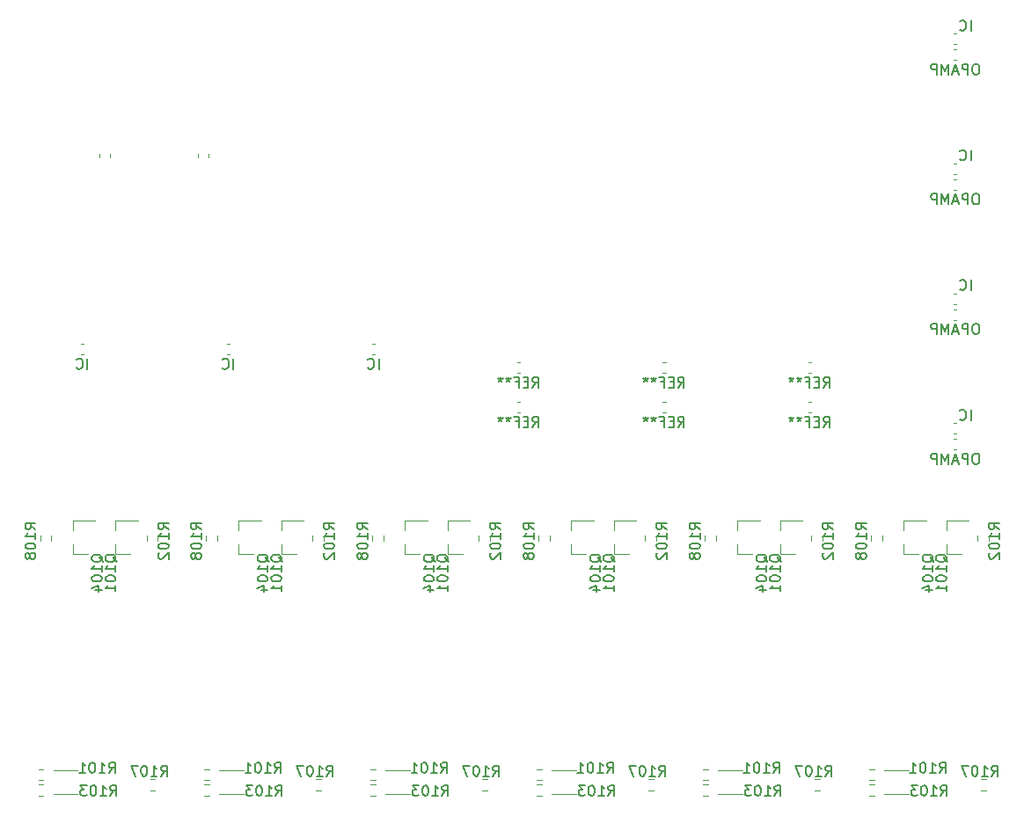
<source format=gbr>
%TF.GenerationSoftware,KiCad,Pcbnew,5.1.10-88a1d61d58~88~ubuntu18.04.1*%
%TF.CreationDate,2021-06-05T11:20:38+02:00*%
%TF.ProjectId,panel2,70616e65-6c32-42e6-9b69-6361645f7063,rev?*%
%TF.SameCoordinates,Original*%
%TF.FileFunction,Legend,Bot*%
%TF.FilePolarity,Positive*%
%FSLAX46Y46*%
G04 Gerber Fmt 4.6, Leading zero omitted, Abs format (unit mm)*
G04 Created by KiCad (PCBNEW 5.1.10-88a1d61d58~88~ubuntu18.04.1) date 2021-06-05 11:20:38*
%MOMM*%
%LPD*%
G01*
G04 APERTURE LIST*
%ADD10C,0.120000*%
%ADD11C,0.150000*%
G04 APERTURE END LIST*
D10*
X185600000Y-117300000D02*
X183300000Y-117300000D01*
X185600000Y-119600000D02*
X183300000Y-119600000D01*
X169600000Y-117300000D02*
X167300000Y-117300000D01*
X169600000Y-119600000D02*
X167300000Y-119600000D01*
X153600000Y-117300000D02*
X151300000Y-117300000D01*
X153600000Y-119600000D02*
X151300000Y-119600000D01*
X137600000Y-117300000D02*
X135300000Y-117300000D01*
X137600000Y-119600000D02*
X135300000Y-119600000D01*
X121600000Y-117300000D02*
X119300000Y-117300000D01*
X121600000Y-119600000D02*
X119300000Y-119600000D01*
X105650000Y-119600000D02*
X103350000Y-119600000D01*
X105650000Y-117300000D02*
X103350000Y-117300000D01*
%TO.C, *%
X108773000Y-57979420D02*
X108773000Y-58260580D01*
X107753000Y-57979420D02*
X107753000Y-58260580D01*
X118273000Y-57979420D02*
X118273000Y-58260580D01*
X117253000Y-57979420D02*
X117253000Y-58260580D01*
%TO.C,OPAMP*%
X189955420Y-47902000D02*
X190236580Y-47902000D01*
X189955420Y-48922000D02*
X190236580Y-48922000D01*
%TO.C,IC*%
X189955420Y-46378000D02*
X190236580Y-46378000D01*
X189955420Y-47398000D02*
X190236580Y-47398000D01*
%TO.C,OPAMP*%
X189955420Y-60402000D02*
X190236580Y-60402000D01*
X189955420Y-61422000D02*
X190236580Y-61422000D01*
%TO.C,IC*%
X189955420Y-58878000D02*
X190236580Y-58878000D01*
X189955420Y-59898000D02*
X190236580Y-59898000D01*
%TO.C,OPAMP*%
X189955420Y-72902000D02*
X190236580Y-72902000D01*
X189955420Y-73922000D02*
X190236580Y-73922000D01*
%TO.C,IC*%
X189955420Y-71378000D02*
X190236580Y-71378000D01*
X189955420Y-72398000D02*
X190236580Y-72398000D01*
%TO.C,OPAMP*%
X189955420Y-85402000D02*
X190236580Y-85402000D01*
X189955420Y-86422000D02*
X190236580Y-86422000D01*
%TO.C,IC*%
X189955420Y-83878000D02*
X190236580Y-83878000D01*
X189955420Y-84898000D02*
X190236580Y-84898000D01*
%TO.C,REF\u002A\u002A*%
X175955420Y-81846000D02*
X176236580Y-81846000D01*
X175955420Y-82866000D02*
X176236580Y-82866000D01*
X175955420Y-78036000D02*
X176236580Y-78036000D01*
X175955420Y-79056000D02*
X176236580Y-79056000D01*
X161955420Y-81846000D02*
X162236580Y-81846000D01*
X161955420Y-82866000D02*
X162236580Y-82866000D01*
X161955420Y-78036000D02*
X162236580Y-78036000D01*
X161955420Y-79056000D02*
X162236580Y-79056000D01*
X147955420Y-81846000D02*
X148236580Y-81846000D01*
X147955420Y-82866000D02*
X148236580Y-82866000D01*
X147955420Y-78036000D02*
X148236580Y-78036000D01*
X147955420Y-79056000D02*
X148236580Y-79056000D01*
%TO.C,IC*%
X133989420Y-76262000D02*
X134270580Y-76262000D01*
X133989420Y-77282000D02*
X134270580Y-77282000D01*
X119989420Y-76262000D02*
X120270580Y-76262000D01*
X119989420Y-77282000D02*
X120270580Y-77282000D01*
X105955420Y-76258000D02*
X106236580Y-76258000D01*
X105955420Y-77278000D02*
X106236580Y-77278000D01*
%TO.C,R107*%
X193062258Y-118177500D02*
X192587742Y-118177500D01*
X193062258Y-119222500D02*
X192587742Y-119222500D01*
%TO.C,R102*%
X193322500Y-95162258D02*
X193322500Y-94687742D01*
X192277500Y-95162258D02*
X192277500Y-94687742D01*
%TO.C,R108*%
X183072500Y-95162258D02*
X183072500Y-94687742D01*
X182027500Y-95162258D02*
X182027500Y-94687742D01*
%TO.C,R101*%
X181837742Y-117177500D02*
X182312258Y-117177500D01*
X181837742Y-118222500D02*
X182312258Y-118222500D01*
%TO.C,R103*%
X181837742Y-119722500D02*
X182312258Y-119722500D01*
X181837742Y-118677500D02*
X182312258Y-118677500D01*
%TO.C,Q101*%
X189240000Y-96430000D02*
X189240000Y-95500000D01*
X189240000Y-93270000D02*
X189240000Y-94200000D01*
X189240000Y-93270000D02*
X191400000Y-93270000D01*
X189240000Y-96430000D02*
X190700000Y-96430000D01*
%TO.C,Q104*%
X185140000Y-96430000D02*
X185140000Y-95500000D01*
X185140000Y-93270000D02*
X185140000Y-94200000D01*
X185140000Y-93270000D02*
X187300000Y-93270000D01*
X185140000Y-96430000D02*
X186600000Y-96430000D01*
%TO.C,R107*%
X177062258Y-118177500D02*
X176587742Y-118177500D01*
X177062258Y-119222500D02*
X176587742Y-119222500D01*
%TO.C,R102*%
X177322500Y-95162258D02*
X177322500Y-94687742D01*
X176277500Y-95162258D02*
X176277500Y-94687742D01*
%TO.C,R108*%
X167072500Y-95162258D02*
X167072500Y-94687742D01*
X166027500Y-95162258D02*
X166027500Y-94687742D01*
%TO.C,R101*%
X165837742Y-117177500D02*
X166312258Y-117177500D01*
X165837742Y-118222500D02*
X166312258Y-118222500D01*
%TO.C,R103*%
X165837742Y-119722500D02*
X166312258Y-119722500D01*
X165837742Y-118677500D02*
X166312258Y-118677500D01*
%TO.C,Q101*%
X173240000Y-96430000D02*
X173240000Y-95500000D01*
X173240000Y-93270000D02*
X173240000Y-94200000D01*
X173240000Y-93270000D02*
X175400000Y-93270000D01*
X173240000Y-96430000D02*
X174700000Y-96430000D01*
%TO.C,Q104*%
X169140000Y-96430000D02*
X169140000Y-95500000D01*
X169140000Y-93270000D02*
X169140000Y-94200000D01*
X169140000Y-93270000D02*
X171300000Y-93270000D01*
X169140000Y-96430000D02*
X170600000Y-96430000D01*
%TO.C,R107*%
X161062258Y-118177500D02*
X160587742Y-118177500D01*
X161062258Y-119222500D02*
X160587742Y-119222500D01*
%TO.C,R102*%
X161322500Y-95162258D02*
X161322500Y-94687742D01*
X160277500Y-95162258D02*
X160277500Y-94687742D01*
%TO.C,R108*%
X151072500Y-95162258D02*
X151072500Y-94687742D01*
X150027500Y-95162258D02*
X150027500Y-94687742D01*
%TO.C,R101*%
X149837742Y-117177500D02*
X150312258Y-117177500D01*
X149837742Y-118222500D02*
X150312258Y-118222500D01*
%TO.C,R103*%
X149837742Y-119722500D02*
X150312258Y-119722500D01*
X149837742Y-118677500D02*
X150312258Y-118677500D01*
%TO.C,Q101*%
X157240000Y-96430000D02*
X157240000Y-95500000D01*
X157240000Y-93270000D02*
X157240000Y-94200000D01*
X157240000Y-93270000D02*
X159400000Y-93270000D01*
X157240000Y-96430000D02*
X158700000Y-96430000D01*
%TO.C,Q104*%
X153140000Y-96430000D02*
X153140000Y-95500000D01*
X153140000Y-93270000D02*
X153140000Y-94200000D01*
X153140000Y-93270000D02*
X155300000Y-93270000D01*
X153140000Y-96430000D02*
X154600000Y-96430000D01*
%TO.C,R107*%
X145062258Y-118177500D02*
X144587742Y-118177500D01*
X145062258Y-119222500D02*
X144587742Y-119222500D01*
%TO.C,R102*%
X145322500Y-95162258D02*
X145322500Y-94687742D01*
X144277500Y-95162258D02*
X144277500Y-94687742D01*
%TO.C,R108*%
X135072500Y-95162258D02*
X135072500Y-94687742D01*
X134027500Y-95162258D02*
X134027500Y-94687742D01*
%TO.C,R101*%
X133837742Y-117177500D02*
X134312258Y-117177500D01*
X133837742Y-118222500D02*
X134312258Y-118222500D01*
%TO.C,R103*%
X133837742Y-119722500D02*
X134312258Y-119722500D01*
X133837742Y-118677500D02*
X134312258Y-118677500D01*
%TO.C,Q101*%
X141240000Y-96430000D02*
X141240000Y-95500000D01*
X141240000Y-93270000D02*
X141240000Y-94200000D01*
X141240000Y-93270000D02*
X143400000Y-93270000D01*
X141240000Y-96430000D02*
X142700000Y-96430000D01*
%TO.C,Q104*%
X137140000Y-96430000D02*
X137140000Y-95500000D01*
X137140000Y-93270000D02*
X137140000Y-94200000D01*
X137140000Y-93270000D02*
X139300000Y-93270000D01*
X137140000Y-96430000D02*
X138600000Y-96430000D01*
%TO.C,R107*%
X129062258Y-118177500D02*
X128587742Y-118177500D01*
X129062258Y-119222500D02*
X128587742Y-119222500D01*
%TO.C,R102*%
X129322500Y-95162258D02*
X129322500Y-94687742D01*
X128277500Y-95162258D02*
X128277500Y-94687742D01*
%TO.C,R108*%
X119072500Y-95162258D02*
X119072500Y-94687742D01*
X118027500Y-95162258D02*
X118027500Y-94687742D01*
%TO.C,R101*%
X117837742Y-117177500D02*
X118312258Y-117177500D01*
X117837742Y-118222500D02*
X118312258Y-118222500D01*
%TO.C,R103*%
X117837742Y-119722500D02*
X118312258Y-119722500D01*
X117837742Y-118677500D02*
X118312258Y-118677500D01*
%TO.C,Q101*%
X125240000Y-96430000D02*
X125240000Y-95500000D01*
X125240000Y-93270000D02*
X125240000Y-94200000D01*
X125240000Y-93270000D02*
X127400000Y-93270000D01*
X125240000Y-96430000D02*
X126700000Y-96430000D01*
%TO.C,Q104*%
X121140000Y-96430000D02*
X121140000Y-95500000D01*
X121140000Y-93270000D02*
X121140000Y-94200000D01*
X121140000Y-93270000D02*
X123300000Y-93270000D01*
X121140000Y-96430000D02*
X122600000Y-96430000D01*
%TO.C,R103*%
X101887742Y-119722500D02*
X102362258Y-119722500D01*
X101887742Y-118677500D02*
X102362258Y-118677500D01*
%TO.C,R101*%
X101887742Y-117177500D02*
X102362258Y-117177500D01*
X101887742Y-118222500D02*
X102362258Y-118222500D01*
%TO.C,Q104*%
X105190000Y-96430000D02*
X105190000Y-95500000D01*
X105190000Y-93270000D02*
X105190000Y-94200000D01*
X105190000Y-93270000D02*
X107350000Y-93270000D01*
X105190000Y-96430000D02*
X106650000Y-96430000D01*
%TO.C,Q101*%
X109290000Y-96430000D02*
X109290000Y-95500000D01*
X109290000Y-93270000D02*
X109290000Y-94200000D01*
X109290000Y-93270000D02*
X111450000Y-93270000D01*
X109290000Y-96430000D02*
X110750000Y-96430000D01*
%TO.C,R102*%
X113372500Y-95162258D02*
X113372500Y-94687742D01*
X112327500Y-95162258D02*
X112327500Y-94687742D01*
%TO.C,R108*%
X103122500Y-95162258D02*
X103122500Y-94687742D01*
X102077500Y-95162258D02*
X102077500Y-94687742D01*
%TO.C,R107*%
X113112258Y-118177500D02*
X112637742Y-118177500D01*
X113112258Y-119222500D02*
X112637742Y-119222500D01*
%TO.C, *%
D11*
%TO.C,OPAMP*%
X192191238Y-49294380D02*
X192000761Y-49294380D01*
X191905523Y-49342000D01*
X191810285Y-49437238D01*
X191762666Y-49627714D01*
X191762666Y-49961047D01*
X191810285Y-50151523D01*
X191905523Y-50246761D01*
X192000761Y-50294380D01*
X192191238Y-50294380D01*
X192286476Y-50246761D01*
X192381714Y-50151523D01*
X192429333Y-49961047D01*
X192429333Y-49627714D01*
X192381714Y-49437238D01*
X192286476Y-49342000D01*
X192191238Y-49294380D01*
X191334095Y-50294380D02*
X191334095Y-49294380D01*
X190953142Y-49294380D01*
X190857904Y-49342000D01*
X190810285Y-49389619D01*
X190762666Y-49484857D01*
X190762666Y-49627714D01*
X190810285Y-49722952D01*
X190857904Y-49770571D01*
X190953142Y-49818190D01*
X191334095Y-49818190D01*
X190381714Y-50008666D02*
X189905523Y-50008666D01*
X190476952Y-50294380D02*
X190143619Y-49294380D01*
X189810285Y-50294380D01*
X189476952Y-50294380D02*
X189476952Y-49294380D01*
X189143619Y-50008666D01*
X188810285Y-49294380D01*
X188810285Y-50294380D01*
X188334095Y-50294380D02*
X188334095Y-49294380D01*
X187953142Y-49294380D01*
X187857904Y-49342000D01*
X187810285Y-49389619D01*
X187762666Y-49484857D01*
X187762666Y-49627714D01*
X187810285Y-49722952D01*
X187857904Y-49770571D01*
X187953142Y-49818190D01*
X188334095Y-49818190D01*
%TO.C,IC*%
X191612000Y-46070380D02*
X191612000Y-45070380D01*
X190564380Y-45975142D02*
X190612000Y-46022761D01*
X190754857Y-46070380D01*
X190850095Y-46070380D01*
X190992952Y-46022761D01*
X191088190Y-45927523D01*
X191135809Y-45832285D01*
X191183428Y-45641809D01*
X191183428Y-45498952D01*
X191135809Y-45308476D01*
X191088190Y-45213238D01*
X190992952Y-45118000D01*
X190850095Y-45070380D01*
X190754857Y-45070380D01*
X190612000Y-45118000D01*
X190564380Y-45165619D01*
%TO.C,OPAMP*%
X192191238Y-61794380D02*
X192000761Y-61794380D01*
X191905523Y-61842000D01*
X191810285Y-61937238D01*
X191762666Y-62127714D01*
X191762666Y-62461047D01*
X191810285Y-62651523D01*
X191905523Y-62746761D01*
X192000761Y-62794380D01*
X192191238Y-62794380D01*
X192286476Y-62746761D01*
X192381714Y-62651523D01*
X192429333Y-62461047D01*
X192429333Y-62127714D01*
X192381714Y-61937238D01*
X192286476Y-61842000D01*
X192191238Y-61794380D01*
X191334095Y-62794380D02*
X191334095Y-61794380D01*
X190953142Y-61794380D01*
X190857904Y-61842000D01*
X190810285Y-61889619D01*
X190762666Y-61984857D01*
X190762666Y-62127714D01*
X190810285Y-62222952D01*
X190857904Y-62270571D01*
X190953142Y-62318190D01*
X191334095Y-62318190D01*
X190381714Y-62508666D02*
X189905523Y-62508666D01*
X190476952Y-62794380D02*
X190143619Y-61794380D01*
X189810285Y-62794380D01*
X189476952Y-62794380D02*
X189476952Y-61794380D01*
X189143619Y-62508666D01*
X188810285Y-61794380D01*
X188810285Y-62794380D01*
X188334095Y-62794380D02*
X188334095Y-61794380D01*
X187953142Y-61794380D01*
X187857904Y-61842000D01*
X187810285Y-61889619D01*
X187762666Y-61984857D01*
X187762666Y-62127714D01*
X187810285Y-62222952D01*
X187857904Y-62270571D01*
X187953142Y-62318190D01*
X188334095Y-62318190D01*
%TO.C,IC*%
X191612000Y-58570380D02*
X191612000Y-57570380D01*
X190564380Y-58475142D02*
X190612000Y-58522761D01*
X190754857Y-58570380D01*
X190850095Y-58570380D01*
X190992952Y-58522761D01*
X191088190Y-58427523D01*
X191135809Y-58332285D01*
X191183428Y-58141809D01*
X191183428Y-57998952D01*
X191135809Y-57808476D01*
X191088190Y-57713238D01*
X190992952Y-57618000D01*
X190850095Y-57570380D01*
X190754857Y-57570380D01*
X190612000Y-57618000D01*
X190564380Y-57665619D01*
%TO.C,OPAMP*%
X192191238Y-74294380D02*
X192000761Y-74294380D01*
X191905523Y-74342000D01*
X191810285Y-74437238D01*
X191762666Y-74627714D01*
X191762666Y-74961047D01*
X191810285Y-75151523D01*
X191905523Y-75246761D01*
X192000761Y-75294380D01*
X192191238Y-75294380D01*
X192286476Y-75246761D01*
X192381714Y-75151523D01*
X192429333Y-74961047D01*
X192429333Y-74627714D01*
X192381714Y-74437238D01*
X192286476Y-74342000D01*
X192191238Y-74294380D01*
X191334095Y-75294380D02*
X191334095Y-74294380D01*
X190953142Y-74294380D01*
X190857904Y-74342000D01*
X190810285Y-74389619D01*
X190762666Y-74484857D01*
X190762666Y-74627714D01*
X190810285Y-74722952D01*
X190857904Y-74770571D01*
X190953142Y-74818190D01*
X191334095Y-74818190D01*
X190381714Y-75008666D02*
X189905523Y-75008666D01*
X190476952Y-75294380D02*
X190143619Y-74294380D01*
X189810285Y-75294380D01*
X189476952Y-75294380D02*
X189476952Y-74294380D01*
X189143619Y-75008666D01*
X188810285Y-74294380D01*
X188810285Y-75294380D01*
X188334095Y-75294380D02*
X188334095Y-74294380D01*
X187953142Y-74294380D01*
X187857904Y-74342000D01*
X187810285Y-74389619D01*
X187762666Y-74484857D01*
X187762666Y-74627714D01*
X187810285Y-74722952D01*
X187857904Y-74770571D01*
X187953142Y-74818190D01*
X188334095Y-74818190D01*
%TO.C,IC*%
X191612000Y-71070380D02*
X191612000Y-70070380D01*
X190564380Y-70975142D02*
X190612000Y-71022761D01*
X190754857Y-71070380D01*
X190850095Y-71070380D01*
X190992952Y-71022761D01*
X191088190Y-70927523D01*
X191135809Y-70832285D01*
X191183428Y-70641809D01*
X191183428Y-70498952D01*
X191135809Y-70308476D01*
X191088190Y-70213238D01*
X190992952Y-70118000D01*
X190850095Y-70070380D01*
X190754857Y-70070380D01*
X190612000Y-70118000D01*
X190564380Y-70165619D01*
%TO.C,OPAMP*%
X192191238Y-86794380D02*
X192000761Y-86794380D01*
X191905523Y-86842000D01*
X191810285Y-86937238D01*
X191762666Y-87127714D01*
X191762666Y-87461047D01*
X191810285Y-87651523D01*
X191905523Y-87746761D01*
X192000761Y-87794380D01*
X192191238Y-87794380D01*
X192286476Y-87746761D01*
X192381714Y-87651523D01*
X192429333Y-87461047D01*
X192429333Y-87127714D01*
X192381714Y-86937238D01*
X192286476Y-86842000D01*
X192191238Y-86794380D01*
X191334095Y-87794380D02*
X191334095Y-86794380D01*
X190953142Y-86794380D01*
X190857904Y-86842000D01*
X190810285Y-86889619D01*
X190762666Y-86984857D01*
X190762666Y-87127714D01*
X190810285Y-87222952D01*
X190857904Y-87270571D01*
X190953142Y-87318190D01*
X191334095Y-87318190D01*
X190381714Y-87508666D02*
X189905523Y-87508666D01*
X190476952Y-87794380D02*
X190143619Y-86794380D01*
X189810285Y-87794380D01*
X189476952Y-87794380D02*
X189476952Y-86794380D01*
X189143619Y-87508666D01*
X188810285Y-86794380D01*
X188810285Y-87794380D01*
X188334095Y-87794380D02*
X188334095Y-86794380D01*
X187953142Y-86794380D01*
X187857904Y-86842000D01*
X187810285Y-86889619D01*
X187762666Y-86984857D01*
X187762666Y-87127714D01*
X187810285Y-87222952D01*
X187857904Y-87270571D01*
X187953142Y-87318190D01*
X188334095Y-87318190D01*
%TO.C,IC*%
X191612000Y-83570380D02*
X191612000Y-82570380D01*
X190564380Y-83475142D02*
X190612000Y-83522761D01*
X190754857Y-83570380D01*
X190850095Y-83570380D01*
X190992952Y-83522761D01*
X191088190Y-83427523D01*
X191135809Y-83332285D01*
X191183428Y-83141809D01*
X191183428Y-82998952D01*
X191135809Y-82808476D01*
X191088190Y-82713238D01*
X190992952Y-82618000D01*
X190850095Y-82570380D01*
X190754857Y-82570380D01*
X190612000Y-82618000D01*
X190564380Y-82665619D01*
%TO.C,REF\u002A\u002A*%
X177429333Y-84238380D02*
X177762666Y-83762190D01*
X178000761Y-84238380D02*
X178000761Y-83238380D01*
X177619809Y-83238380D01*
X177524571Y-83286000D01*
X177476952Y-83333619D01*
X177429333Y-83428857D01*
X177429333Y-83571714D01*
X177476952Y-83666952D01*
X177524571Y-83714571D01*
X177619809Y-83762190D01*
X178000761Y-83762190D01*
X177000761Y-83714571D02*
X176667428Y-83714571D01*
X176524571Y-84238380D02*
X177000761Y-84238380D01*
X177000761Y-83238380D01*
X176524571Y-83238380D01*
X175762666Y-83714571D02*
X176096000Y-83714571D01*
X176096000Y-84238380D02*
X176096000Y-83238380D01*
X175619809Y-83238380D01*
X175096000Y-83238380D02*
X175096000Y-83476476D01*
X175334095Y-83381238D02*
X175096000Y-83476476D01*
X174857904Y-83381238D01*
X175238857Y-83666952D02*
X175096000Y-83476476D01*
X174953142Y-83666952D01*
X174334095Y-83238380D02*
X174334095Y-83476476D01*
X174572190Y-83381238D02*
X174334095Y-83476476D01*
X174096000Y-83381238D01*
X174476952Y-83666952D02*
X174334095Y-83476476D01*
X174191238Y-83666952D01*
X177429333Y-80428380D02*
X177762666Y-79952190D01*
X178000761Y-80428380D02*
X178000761Y-79428380D01*
X177619809Y-79428380D01*
X177524571Y-79476000D01*
X177476952Y-79523619D01*
X177429333Y-79618857D01*
X177429333Y-79761714D01*
X177476952Y-79856952D01*
X177524571Y-79904571D01*
X177619809Y-79952190D01*
X178000761Y-79952190D01*
X177000761Y-79904571D02*
X176667428Y-79904571D01*
X176524571Y-80428380D02*
X177000761Y-80428380D01*
X177000761Y-79428380D01*
X176524571Y-79428380D01*
X175762666Y-79904571D02*
X176096000Y-79904571D01*
X176096000Y-80428380D02*
X176096000Y-79428380D01*
X175619809Y-79428380D01*
X175096000Y-79428380D02*
X175096000Y-79666476D01*
X175334095Y-79571238D02*
X175096000Y-79666476D01*
X174857904Y-79571238D01*
X175238857Y-79856952D02*
X175096000Y-79666476D01*
X174953142Y-79856952D01*
X174334095Y-79428380D02*
X174334095Y-79666476D01*
X174572190Y-79571238D02*
X174334095Y-79666476D01*
X174096000Y-79571238D01*
X174476952Y-79856952D02*
X174334095Y-79666476D01*
X174191238Y-79856952D01*
X163429333Y-84238380D02*
X163762666Y-83762190D01*
X164000761Y-84238380D02*
X164000761Y-83238380D01*
X163619809Y-83238380D01*
X163524571Y-83286000D01*
X163476952Y-83333619D01*
X163429333Y-83428857D01*
X163429333Y-83571714D01*
X163476952Y-83666952D01*
X163524571Y-83714571D01*
X163619809Y-83762190D01*
X164000761Y-83762190D01*
X163000761Y-83714571D02*
X162667428Y-83714571D01*
X162524571Y-84238380D02*
X163000761Y-84238380D01*
X163000761Y-83238380D01*
X162524571Y-83238380D01*
X161762666Y-83714571D02*
X162096000Y-83714571D01*
X162096000Y-84238380D02*
X162096000Y-83238380D01*
X161619809Y-83238380D01*
X161096000Y-83238380D02*
X161096000Y-83476476D01*
X161334095Y-83381238D02*
X161096000Y-83476476D01*
X160857904Y-83381238D01*
X161238857Y-83666952D02*
X161096000Y-83476476D01*
X160953142Y-83666952D01*
X160334095Y-83238380D02*
X160334095Y-83476476D01*
X160572190Y-83381238D02*
X160334095Y-83476476D01*
X160096000Y-83381238D01*
X160476952Y-83666952D02*
X160334095Y-83476476D01*
X160191238Y-83666952D01*
X163429333Y-80428380D02*
X163762666Y-79952190D01*
X164000761Y-80428380D02*
X164000761Y-79428380D01*
X163619809Y-79428380D01*
X163524571Y-79476000D01*
X163476952Y-79523619D01*
X163429333Y-79618857D01*
X163429333Y-79761714D01*
X163476952Y-79856952D01*
X163524571Y-79904571D01*
X163619809Y-79952190D01*
X164000761Y-79952190D01*
X163000761Y-79904571D02*
X162667428Y-79904571D01*
X162524571Y-80428380D02*
X163000761Y-80428380D01*
X163000761Y-79428380D01*
X162524571Y-79428380D01*
X161762666Y-79904571D02*
X162096000Y-79904571D01*
X162096000Y-80428380D02*
X162096000Y-79428380D01*
X161619809Y-79428380D01*
X161096000Y-79428380D02*
X161096000Y-79666476D01*
X161334095Y-79571238D02*
X161096000Y-79666476D01*
X160857904Y-79571238D01*
X161238857Y-79856952D02*
X161096000Y-79666476D01*
X160953142Y-79856952D01*
X160334095Y-79428380D02*
X160334095Y-79666476D01*
X160572190Y-79571238D02*
X160334095Y-79666476D01*
X160096000Y-79571238D01*
X160476952Y-79856952D02*
X160334095Y-79666476D01*
X160191238Y-79856952D01*
X149429333Y-84238380D02*
X149762666Y-83762190D01*
X150000761Y-84238380D02*
X150000761Y-83238380D01*
X149619809Y-83238380D01*
X149524571Y-83286000D01*
X149476952Y-83333619D01*
X149429333Y-83428857D01*
X149429333Y-83571714D01*
X149476952Y-83666952D01*
X149524571Y-83714571D01*
X149619809Y-83762190D01*
X150000761Y-83762190D01*
X149000761Y-83714571D02*
X148667428Y-83714571D01*
X148524571Y-84238380D02*
X149000761Y-84238380D01*
X149000761Y-83238380D01*
X148524571Y-83238380D01*
X147762666Y-83714571D02*
X148096000Y-83714571D01*
X148096000Y-84238380D02*
X148096000Y-83238380D01*
X147619809Y-83238380D01*
X147096000Y-83238380D02*
X147096000Y-83476476D01*
X147334095Y-83381238D02*
X147096000Y-83476476D01*
X146857904Y-83381238D01*
X147238857Y-83666952D02*
X147096000Y-83476476D01*
X146953142Y-83666952D01*
X146334095Y-83238380D02*
X146334095Y-83476476D01*
X146572190Y-83381238D02*
X146334095Y-83476476D01*
X146096000Y-83381238D01*
X146476952Y-83666952D02*
X146334095Y-83476476D01*
X146191238Y-83666952D01*
X149429333Y-80428380D02*
X149762666Y-79952190D01*
X150000761Y-80428380D02*
X150000761Y-79428380D01*
X149619809Y-79428380D01*
X149524571Y-79476000D01*
X149476952Y-79523619D01*
X149429333Y-79618857D01*
X149429333Y-79761714D01*
X149476952Y-79856952D01*
X149524571Y-79904571D01*
X149619809Y-79952190D01*
X150000761Y-79952190D01*
X149000761Y-79904571D02*
X148667428Y-79904571D01*
X148524571Y-80428380D02*
X149000761Y-80428380D01*
X149000761Y-79428380D01*
X148524571Y-79428380D01*
X147762666Y-79904571D02*
X148096000Y-79904571D01*
X148096000Y-80428380D02*
X148096000Y-79428380D01*
X147619809Y-79428380D01*
X147096000Y-79428380D02*
X147096000Y-79666476D01*
X147334095Y-79571238D02*
X147096000Y-79666476D01*
X146857904Y-79571238D01*
X147238857Y-79856952D02*
X147096000Y-79666476D01*
X146953142Y-79856952D01*
X146334095Y-79428380D02*
X146334095Y-79666476D01*
X146572190Y-79571238D02*
X146334095Y-79666476D01*
X146096000Y-79571238D01*
X146476952Y-79856952D02*
X146334095Y-79666476D01*
X146191238Y-79856952D01*
%TO.C,IC*%
X134630000Y-78654380D02*
X134630000Y-77654380D01*
X133582380Y-78559142D02*
X133630000Y-78606761D01*
X133772857Y-78654380D01*
X133868095Y-78654380D01*
X134010952Y-78606761D01*
X134106190Y-78511523D01*
X134153809Y-78416285D01*
X134201428Y-78225809D01*
X134201428Y-78082952D01*
X134153809Y-77892476D01*
X134106190Y-77797238D01*
X134010952Y-77702000D01*
X133868095Y-77654380D01*
X133772857Y-77654380D01*
X133630000Y-77702000D01*
X133582380Y-77749619D01*
X120630000Y-78654380D02*
X120630000Y-77654380D01*
X119582380Y-78559142D02*
X119630000Y-78606761D01*
X119772857Y-78654380D01*
X119868095Y-78654380D01*
X120010952Y-78606761D01*
X120106190Y-78511523D01*
X120153809Y-78416285D01*
X120201428Y-78225809D01*
X120201428Y-78082952D01*
X120153809Y-77892476D01*
X120106190Y-77797238D01*
X120010952Y-77702000D01*
X119868095Y-77654380D01*
X119772857Y-77654380D01*
X119630000Y-77702000D01*
X119582380Y-77749619D01*
X106596000Y-78650380D02*
X106596000Y-77650380D01*
X105548380Y-78555142D02*
X105596000Y-78602761D01*
X105738857Y-78650380D01*
X105834095Y-78650380D01*
X105976952Y-78602761D01*
X106072190Y-78507523D01*
X106119809Y-78412285D01*
X106167428Y-78221809D01*
X106167428Y-78078952D01*
X106119809Y-77888476D01*
X106072190Y-77793238D01*
X105976952Y-77698000D01*
X105834095Y-77650380D01*
X105738857Y-77650380D01*
X105596000Y-77698000D01*
X105548380Y-77745619D01*
%TO.C,R107*%
X193619047Y-117852380D02*
X193952380Y-117376190D01*
X194190476Y-117852380D02*
X194190476Y-116852380D01*
X193809523Y-116852380D01*
X193714285Y-116900000D01*
X193666666Y-116947619D01*
X193619047Y-117042857D01*
X193619047Y-117185714D01*
X193666666Y-117280952D01*
X193714285Y-117328571D01*
X193809523Y-117376190D01*
X194190476Y-117376190D01*
X192666666Y-117852380D02*
X193238095Y-117852380D01*
X192952380Y-117852380D02*
X192952380Y-116852380D01*
X193047619Y-116995238D01*
X193142857Y-117090476D01*
X193238095Y-117138095D01*
X192047619Y-116852380D02*
X191952380Y-116852380D01*
X191857142Y-116900000D01*
X191809523Y-116947619D01*
X191761904Y-117042857D01*
X191714285Y-117233333D01*
X191714285Y-117471428D01*
X191761904Y-117661904D01*
X191809523Y-117757142D01*
X191857142Y-117804761D01*
X191952380Y-117852380D01*
X192047619Y-117852380D01*
X192142857Y-117804761D01*
X192190476Y-117757142D01*
X192238095Y-117661904D01*
X192285714Y-117471428D01*
X192285714Y-117233333D01*
X192238095Y-117042857D01*
X192190476Y-116947619D01*
X192142857Y-116900000D01*
X192047619Y-116852380D01*
X191380952Y-116852380D02*
X190714285Y-116852380D01*
X191142857Y-117852380D01*
%TO.C,R102*%
X194352380Y-94080952D02*
X193876190Y-93747619D01*
X194352380Y-93509523D02*
X193352380Y-93509523D01*
X193352380Y-93890476D01*
X193400000Y-93985714D01*
X193447619Y-94033333D01*
X193542857Y-94080952D01*
X193685714Y-94080952D01*
X193780952Y-94033333D01*
X193828571Y-93985714D01*
X193876190Y-93890476D01*
X193876190Y-93509523D01*
X194352380Y-95033333D02*
X194352380Y-94461904D01*
X194352380Y-94747619D02*
X193352380Y-94747619D01*
X193495238Y-94652380D01*
X193590476Y-94557142D01*
X193638095Y-94461904D01*
X193352380Y-95652380D02*
X193352380Y-95747619D01*
X193400000Y-95842857D01*
X193447619Y-95890476D01*
X193542857Y-95938095D01*
X193733333Y-95985714D01*
X193971428Y-95985714D01*
X194161904Y-95938095D01*
X194257142Y-95890476D01*
X194304761Y-95842857D01*
X194352380Y-95747619D01*
X194352380Y-95652380D01*
X194304761Y-95557142D01*
X194257142Y-95509523D01*
X194161904Y-95461904D01*
X193971428Y-95414285D01*
X193733333Y-95414285D01*
X193542857Y-95461904D01*
X193447619Y-95509523D01*
X193400000Y-95557142D01*
X193352380Y-95652380D01*
X193447619Y-96366666D02*
X193400000Y-96414285D01*
X193352380Y-96509523D01*
X193352380Y-96747619D01*
X193400000Y-96842857D01*
X193447619Y-96890476D01*
X193542857Y-96938095D01*
X193638095Y-96938095D01*
X193780952Y-96890476D01*
X194352380Y-96319047D01*
X194352380Y-96938095D01*
%TO.C,R108*%
X181552380Y-94080952D02*
X181076190Y-93747619D01*
X181552380Y-93509523D02*
X180552380Y-93509523D01*
X180552380Y-93890476D01*
X180600000Y-93985714D01*
X180647619Y-94033333D01*
X180742857Y-94080952D01*
X180885714Y-94080952D01*
X180980952Y-94033333D01*
X181028571Y-93985714D01*
X181076190Y-93890476D01*
X181076190Y-93509523D01*
X181552380Y-95033333D02*
X181552380Y-94461904D01*
X181552380Y-94747619D02*
X180552380Y-94747619D01*
X180695238Y-94652380D01*
X180790476Y-94557142D01*
X180838095Y-94461904D01*
X180552380Y-95652380D02*
X180552380Y-95747619D01*
X180600000Y-95842857D01*
X180647619Y-95890476D01*
X180742857Y-95938095D01*
X180933333Y-95985714D01*
X181171428Y-95985714D01*
X181361904Y-95938095D01*
X181457142Y-95890476D01*
X181504761Y-95842857D01*
X181552380Y-95747619D01*
X181552380Y-95652380D01*
X181504761Y-95557142D01*
X181457142Y-95509523D01*
X181361904Y-95461904D01*
X181171428Y-95414285D01*
X180933333Y-95414285D01*
X180742857Y-95461904D01*
X180647619Y-95509523D01*
X180600000Y-95557142D01*
X180552380Y-95652380D01*
X180980952Y-96557142D02*
X180933333Y-96461904D01*
X180885714Y-96414285D01*
X180790476Y-96366666D01*
X180742857Y-96366666D01*
X180647619Y-96414285D01*
X180600000Y-96461904D01*
X180552380Y-96557142D01*
X180552380Y-96747619D01*
X180600000Y-96842857D01*
X180647619Y-96890476D01*
X180742857Y-96938095D01*
X180790476Y-96938095D01*
X180885714Y-96890476D01*
X180933333Y-96842857D01*
X180980952Y-96747619D01*
X180980952Y-96557142D01*
X181028571Y-96461904D01*
X181076190Y-96414285D01*
X181171428Y-96366666D01*
X181361904Y-96366666D01*
X181457142Y-96414285D01*
X181504761Y-96461904D01*
X181552380Y-96557142D01*
X181552380Y-96747619D01*
X181504761Y-96842857D01*
X181457142Y-96890476D01*
X181361904Y-96938095D01*
X181171428Y-96938095D01*
X181076190Y-96890476D01*
X181028571Y-96842857D01*
X180980952Y-96747619D01*
%TO.C,R101*%
X188619047Y-117552380D02*
X188952380Y-117076190D01*
X189190476Y-117552380D02*
X189190476Y-116552380D01*
X188809523Y-116552380D01*
X188714285Y-116600000D01*
X188666666Y-116647619D01*
X188619047Y-116742857D01*
X188619047Y-116885714D01*
X188666666Y-116980952D01*
X188714285Y-117028571D01*
X188809523Y-117076190D01*
X189190476Y-117076190D01*
X187666666Y-117552380D02*
X188238095Y-117552380D01*
X187952380Y-117552380D02*
X187952380Y-116552380D01*
X188047619Y-116695238D01*
X188142857Y-116790476D01*
X188238095Y-116838095D01*
X187047619Y-116552380D02*
X186952380Y-116552380D01*
X186857142Y-116600000D01*
X186809523Y-116647619D01*
X186761904Y-116742857D01*
X186714285Y-116933333D01*
X186714285Y-117171428D01*
X186761904Y-117361904D01*
X186809523Y-117457142D01*
X186857142Y-117504761D01*
X186952380Y-117552380D01*
X187047619Y-117552380D01*
X187142857Y-117504761D01*
X187190476Y-117457142D01*
X187238095Y-117361904D01*
X187285714Y-117171428D01*
X187285714Y-116933333D01*
X187238095Y-116742857D01*
X187190476Y-116647619D01*
X187142857Y-116600000D01*
X187047619Y-116552380D01*
X185761904Y-117552380D02*
X186333333Y-117552380D01*
X186047619Y-117552380D02*
X186047619Y-116552380D01*
X186142857Y-116695238D01*
X186238095Y-116790476D01*
X186333333Y-116838095D01*
%TO.C,R103*%
X188719047Y-119752380D02*
X189052380Y-119276190D01*
X189290476Y-119752380D02*
X189290476Y-118752380D01*
X188909523Y-118752380D01*
X188814285Y-118800000D01*
X188766666Y-118847619D01*
X188719047Y-118942857D01*
X188719047Y-119085714D01*
X188766666Y-119180952D01*
X188814285Y-119228571D01*
X188909523Y-119276190D01*
X189290476Y-119276190D01*
X187766666Y-119752380D02*
X188338095Y-119752380D01*
X188052380Y-119752380D02*
X188052380Y-118752380D01*
X188147619Y-118895238D01*
X188242857Y-118990476D01*
X188338095Y-119038095D01*
X187147619Y-118752380D02*
X187052380Y-118752380D01*
X186957142Y-118800000D01*
X186909523Y-118847619D01*
X186861904Y-118942857D01*
X186814285Y-119133333D01*
X186814285Y-119371428D01*
X186861904Y-119561904D01*
X186909523Y-119657142D01*
X186957142Y-119704761D01*
X187052380Y-119752380D01*
X187147619Y-119752380D01*
X187242857Y-119704761D01*
X187290476Y-119657142D01*
X187338095Y-119561904D01*
X187385714Y-119371428D01*
X187385714Y-119133333D01*
X187338095Y-118942857D01*
X187290476Y-118847619D01*
X187242857Y-118800000D01*
X187147619Y-118752380D01*
X186480952Y-118752380D02*
X185861904Y-118752380D01*
X186195238Y-119133333D01*
X186052380Y-119133333D01*
X185957142Y-119180952D01*
X185909523Y-119228571D01*
X185861904Y-119323809D01*
X185861904Y-119561904D01*
X185909523Y-119657142D01*
X185957142Y-119704761D01*
X186052380Y-119752380D01*
X186338095Y-119752380D01*
X186433333Y-119704761D01*
X186480952Y-119657142D01*
%TO.C,Q101*%
X189347619Y-97252380D02*
X189300000Y-97157142D01*
X189204761Y-97061904D01*
X189061904Y-96919047D01*
X189014285Y-96823809D01*
X189014285Y-96728571D01*
X189252380Y-96776190D02*
X189204761Y-96680952D01*
X189109523Y-96585714D01*
X188919047Y-96538095D01*
X188585714Y-96538095D01*
X188395238Y-96585714D01*
X188300000Y-96680952D01*
X188252380Y-96776190D01*
X188252380Y-96966666D01*
X188300000Y-97061904D01*
X188395238Y-97157142D01*
X188585714Y-97204761D01*
X188919047Y-97204761D01*
X189109523Y-97157142D01*
X189204761Y-97061904D01*
X189252380Y-96966666D01*
X189252380Y-96776190D01*
X189252380Y-98157142D02*
X189252380Y-97585714D01*
X189252380Y-97871428D02*
X188252380Y-97871428D01*
X188395238Y-97776190D01*
X188490476Y-97680952D01*
X188538095Y-97585714D01*
X188252380Y-98776190D02*
X188252380Y-98871428D01*
X188300000Y-98966666D01*
X188347619Y-99014285D01*
X188442857Y-99061904D01*
X188633333Y-99109523D01*
X188871428Y-99109523D01*
X189061904Y-99061904D01*
X189157142Y-99014285D01*
X189204761Y-98966666D01*
X189252380Y-98871428D01*
X189252380Y-98776190D01*
X189204761Y-98680952D01*
X189157142Y-98633333D01*
X189061904Y-98585714D01*
X188871428Y-98538095D01*
X188633333Y-98538095D01*
X188442857Y-98585714D01*
X188347619Y-98633333D01*
X188300000Y-98680952D01*
X188252380Y-98776190D01*
X189252380Y-100061904D02*
X189252380Y-99490476D01*
X189252380Y-99776190D02*
X188252380Y-99776190D01*
X188395238Y-99680952D01*
X188490476Y-99585714D01*
X188538095Y-99490476D01*
%TO.C,Q104*%
X188047619Y-97252380D02*
X188000000Y-97157142D01*
X187904761Y-97061904D01*
X187761904Y-96919047D01*
X187714285Y-96823809D01*
X187714285Y-96728571D01*
X187952380Y-96776190D02*
X187904761Y-96680952D01*
X187809523Y-96585714D01*
X187619047Y-96538095D01*
X187285714Y-96538095D01*
X187095238Y-96585714D01*
X187000000Y-96680952D01*
X186952380Y-96776190D01*
X186952380Y-96966666D01*
X187000000Y-97061904D01*
X187095238Y-97157142D01*
X187285714Y-97204761D01*
X187619047Y-97204761D01*
X187809523Y-97157142D01*
X187904761Y-97061904D01*
X187952380Y-96966666D01*
X187952380Y-96776190D01*
X187952380Y-98157142D02*
X187952380Y-97585714D01*
X187952380Y-97871428D02*
X186952380Y-97871428D01*
X187095238Y-97776190D01*
X187190476Y-97680952D01*
X187238095Y-97585714D01*
X186952380Y-98776190D02*
X186952380Y-98871428D01*
X187000000Y-98966666D01*
X187047619Y-99014285D01*
X187142857Y-99061904D01*
X187333333Y-99109523D01*
X187571428Y-99109523D01*
X187761904Y-99061904D01*
X187857142Y-99014285D01*
X187904761Y-98966666D01*
X187952380Y-98871428D01*
X187952380Y-98776190D01*
X187904761Y-98680952D01*
X187857142Y-98633333D01*
X187761904Y-98585714D01*
X187571428Y-98538095D01*
X187333333Y-98538095D01*
X187142857Y-98585714D01*
X187047619Y-98633333D01*
X187000000Y-98680952D01*
X186952380Y-98776190D01*
X187285714Y-99966666D02*
X187952380Y-99966666D01*
X186904761Y-99728571D02*
X187619047Y-99490476D01*
X187619047Y-100109523D01*
%TO.C,R107*%
X177619047Y-117852380D02*
X177952380Y-117376190D01*
X178190476Y-117852380D02*
X178190476Y-116852380D01*
X177809523Y-116852380D01*
X177714285Y-116900000D01*
X177666666Y-116947619D01*
X177619047Y-117042857D01*
X177619047Y-117185714D01*
X177666666Y-117280952D01*
X177714285Y-117328571D01*
X177809523Y-117376190D01*
X178190476Y-117376190D01*
X176666666Y-117852380D02*
X177238095Y-117852380D01*
X176952380Y-117852380D02*
X176952380Y-116852380D01*
X177047619Y-116995238D01*
X177142857Y-117090476D01*
X177238095Y-117138095D01*
X176047619Y-116852380D02*
X175952380Y-116852380D01*
X175857142Y-116900000D01*
X175809523Y-116947619D01*
X175761904Y-117042857D01*
X175714285Y-117233333D01*
X175714285Y-117471428D01*
X175761904Y-117661904D01*
X175809523Y-117757142D01*
X175857142Y-117804761D01*
X175952380Y-117852380D01*
X176047619Y-117852380D01*
X176142857Y-117804761D01*
X176190476Y-117757142D01*
X176238095Y-117661904D01*
X176285714Y-117471428D01*
X176285714Y-117233333D01*
X176238095Y-117042857D01*
X176190476Y-116947619D01*
X176142857Y-116900000D01*
X176047619Y-116852380D01*
X175380952Y-116852380D02*
X174714285Y-116852380D01*
X175142857Y-117852380D01*
%TO.C,R102*%
X178352380Y-94080952D02*
X177876190Y-93747619D01*
X178352380Y-93509523D02*
X177352380Y-93509523D01*
X177352380Y-93890476D01*
X177400000Y-93985714D01*
X177447619Y-94033333D01*
X177542857Y-94080952D01*
X177685714Y-94080952D01*
X177780952Y-94033333D01*
X177828571Y-93985714D01*
X177876190Y-93890476D01*
X177876190Y-93509523D01*
X178352380Y-95033333D02*
X178352380Y-94461904D01*
X178352380Y-94747619D02*
X177352380Y-94747619D01*
X177495238Y-94652380D01*
X177590476Y-94557142D01*
X177638095Y-94461904D01*
X177352380Y-95652380D02*
X177352380Y-95747619D01*
X177400000Y-95842857D01*
X177447619Y-95890476D01*
X177542857Y-95938095D01*
X177733333Y-95985714D01*
X177971428Y-95985714D01*
X178161904Y-95938095D01*
X178257142Y-95890476D01*
X178304761Y-95842857D01*
X178352380Y-95747619D01*
X178352380Y-95652380D01*
X178304761Y-95557142D01*
X178257142Y-95509523D01*
X178161904Y-95461904D01*
X177971428Y-95414285D01*
X177733333Y-95414285D01*
X177542857Y-95461904D01*
X177447619Y-95509523D01*
X177400000Y-95557142D01*
X177352380Y-95652380D01*
X177447619Y-96366666D02*
X177400000Y-96414285D01*
X177352380Y-96509523D01*
X177352380Y-96747619D01*
X177400000Y-96842857D01*
X177447619Y-96890476D01*
X177542857Y-96938095D01*
X177638095Y-96938095D01*
X177780952Y-96890476D01*
X178352380Y-96319047D01*
X178352380Y-96938095D01*
%TO.C,R108*%
X165552380Y-94080952D02*
X165076190Y-93747619D01*
X165552380Y-93509523D02*
X164552380Y-93509523D01*
X164552380Y-93890476D01*
X164600000Y-93985714D01*
X164647619Y-94033333D01*
X164742857Y-94080952D01*
X164885714Y-94080952D01*
X164980952Y-94033333D01*
X165028571Y-93985714D01*
X165076190Y-93890476D01*
X165076190Y-93509523D01*
X165552380Y-95033333D02*
X165552380Y-94461904D01*
X165552380Y-94747619D02*
X164552380Y-94747619D01*
X164695238Y-94652380D01*
X164790476Y-94557142D01*
X164838095Y-94461904D01*
X164552380Y-95652380D02*
X164552380Y-95747619D01*
X164600000Y-95842857D01*
X164647619Y-95890476D01*
X164742857Y-95938095D01*
X164933333Y-95985714D01*
X165171428Y-95985714D01*
X165361904Y-95938095D01*
X165457142Y-95890476D01*
X165504761Y-95842857D01*
X165552380Y-95747619D01*
X165552380Y-95652380D01*
X165504761Y-95557142D01*
X165457142Y-95509523D01*
X165361904Y-95461904D01*
X165171428Y-95414285D01*
X164933333Y-95414285D01*
X164742857Y-95461904D01*
X164647619Y-95509523D01*
X164600000Y-95557142D01*
X164552380Y-95652380D01*
X164980952Y-96557142D02*
X164933333Y-96461904D01*
X164885714Y-96414285D01*
X164790476Y-96366666D01*
X164742857Y-96366666D01*
X164647619Y-96414285D01*
X164600000Y-96461904D01*
X164552380Y-96557142D01*
X164552380Y-96747619D01*
X164600000Y-96842857D01*
X164647619Y-96890476D01*
X164742857Y-96938095D01*
X164790476Y-96938095D01*
X164885714Y-96890476D01*
X164933333Y-96842857D01*
X164980952Y-96747619D01*
X164980952Y-96557142D01*
X165028571Y-96461904D01*
X165076190Y-96414285D01*
X165171428Y-96366666D01*
X165361904Y-96366666D01*
X165457142Y-96414285D01*
X165504761Y-96461904D01*
X165552380Y-96557142D01*
X165552380Y-96747619D01*
X165504761Y-96842857D01*
X165457142Y-96890476D01*
X165361904Y-96938095D01*
X165171428Y-96938095D01*
X165076190Y-96890476D01*
X165028571Y-96842857D01*
X164980952Y-96747619D01*
%TO.C,R101*%
X172619047Y-117552380D02*
X172952380Y-117076190D01*
X173190476Y-117552380D02*
X173190476Y-116552380D01*
X172809523Y-116552380D01*
X172714285Y-116600000D01*
X172666666Y-116647619D01*
X172619047Y-116742857D01*
X172619047Y-116885714D01*
X172666666Y-116980952D01*
X172714285Y-117028571D01*
X172809523Y-117076190D01*
X173190476Y-117076190D01*
X171666666Y-117552380D02*
X172238095Y-117552380D01*
X171952380Y-117552380D02*
X171952380Y-116552380D01*
X172047619Y-116695238D01*
X172142857Y-116790476D01*
X172238095Y-116838095D01*
X171047619Y-116552380D02*
X170952380Y-116552380D01*
X170857142Y-116600000D01*
X170809523Y-116647619D01*
X170761904Y-116742857D01*
X170714285Y-116933333D01*
X170714285Y-117171428D01*
X170761904Y-117361904D01*
X170809523Y-117457142D01*
X170857142Y-117504761D01*
X170952380Y-117552380D01*
X171047619Y-117552380D01*
X171142857Y-117504761D01*
X171190476Y-117457142D01*
X171238095Y-117361904D01*
X171285714Y-117171428D01*
X171285714Y-116933333D01*
X171238095Y-116742857D01*
X171190476Y-116647619D01*
X171142857Y-116600000D01*
X171047619Y-116552380D01*
X169761904Y-117552380D02*
X170333333Y-117552380D01*
X170047619Y-117552380D02*
X170047619Y-116552380D01*
X170142857Y-116695238D01*
X170238095Y-116790476D01*
X170333333Y-116838095D01*
%TO.C,R103*%
X172719047Y-119752380D02*
X173052380Y-119276190D01*
X173290476Y-119752380D02*
X173290476Y-118752380D01*
X172909523Y-118752380D01*
X172814285Y-118800000D01*
X172766666Y-118847619D01*
X172719047Y-118942857D01*
X172719047Y-119085714D01*
X172766666Y-119180952D01*
X172814285Y-119228571D01*
X172909523Y-119276190D01*
X173290476Y-119276190D01*
X171766666Y-119752380D02*
X172338095Y-119752380D01*
X172052380Y-119752380D02*
X172052380Y-118752380D01*
X172147619Y-118895238D01*
X172242857Y-118990476D01*
X172338095Y-119038095D01*
X171147619Y-118752380D02*
X171052380Y-118752380D01*
X170957142Y-118800000D01*
X170909523Y-118847619D01*
X170861904Y-118942857D01*
X170814285Y-119133333D01*
X170814285Y-119371428D01*
X170861904Y-119561904D01*
X170909523Y-119657142D01*
X170957142Y-119704761D01*
X171052380Y-119752380D01*
X171147619Y-119752380D01*
X171242857Y-119704761D01*
X171290476Y-119657142D01*
X171338095Y-119561904D01*
X171385714Y-119371428D01*
X171385714Y-119133333D01*
X171338095Y-118942857D01*
X171290476Y-118847619D01*
X171242857Y-118800000D01*
X171147619Y-118752380D01*
X170480952Y-118752380D02*
X169861904Y-118752380D01*
X170195238Y-119133333D01*
X170052380Y-119133333D01*
X169957142Y-119180952D01*
X169909523Y-119228571D01*
X169861904Y-119323809D01*
X169861904Y-119561904D01*
X169909523Y-119657142D01*
X169957142Y-119704761D01*
X170052380Y-119752380D01*
X170338095Y-119752380D01*
X170433333Y-119704761D01*
X170480952Y-119657142D01*
%TO.C,Q101*%
X173347619Y-97252380D02*
X173300000Y-97157142D01*
X173204761Y-97061904D01*
X173061904Y-96919047D01*
X173014285Y-96823809D01*
X173014285Y-96728571D01*
X173252380Y-96776190D02*
X173204761Y-96680952D01*
X173109523Y-96585714D01*
X172919047Y-96538095D01*
X172585714Y-96538095D01*
X172395238Y-96585714D01*
X172300000Y-96680952D01*
X172252380Y-96776190D01*
X172252380Y-96966666D01*
X172300000Y-97061904D01*
X172395238Y-97157142D01*
X172585714Y-97204761D01*
X172919047Y-97204761D01*
X173109523Y-97157142D01*
X173204761Y-97061904D01*
X173252380Y-96966666D01*
X173252380Y-96776190D01*
X173252380Y-98157142D02*
X173252380Y-97585714D01*
X173252380Y-97871428D02*
X172252380Y-97871428D01*
X172395238Y-97776190D01*
X172490476Y-97680952D01*
X172538095Y-97585714D01*
X172252380Y-98776190D02*
X172252380Y-98871428D01*
X172300000Y-98966666D01*
X172347619Y-99014285D01*
X172442857Y-99061904D01*
X172633333Y-99109523D01*
X172871428Y-99109523D01*
X173061904Y-99061904D01*
X173157142Y-99014285D01*
X173204761Y-98966666D01*
X173252380Y-98871428D01*
X173252380Y-98776190D01*
X173204761Y-98680952D01*
X173157142Y-98633333D01*
X173061904Y-98585714D01*
X172871428Y-98538095D01*
X172633333Y-98538095D01*
X172442857Y-98585714D01*
X172347619Y-98633333D01*
X172300000Y-98680952D01*
X172252380Y-98776190D01*
X173252380Y-100061904D02*
X173252380Y-99490476D01*
X173252380Y-99776190D02*
X172252380Y-99776190D01*
X172395238Y-99680952D01*
X172490476Y-99585714D01*
X172538095Y-99490476D01*
%TO.C,Q104*%
X172047619Y-97252380D02*
X172000000Y-97157142D01*
X171904761Y-97061904D01*
X171761904Y-96919047D01*
X171714285Y-96823809D01*
X171714285Y-96728571D01*
X171952380Y-96776190D02*
X171904761Y-96680952D01*
X171809523Y-96585714D01*
X171619047Y-96538095D01*
X171285714Y-96538095D01*
X171095238Y-96585714D01*
X171000000Y-96680952D01*
X170952380Y-96776190D01*
X170952380Y-96966666D01*
X171000000Y-97061904D01*
X171095238Y-97157142D01*
X171285714Y-97204761D01*
X171619047Y-97204761D01*
X171809523Y-97157142D01*
X171904761Y-97061904D01*
X171952380Y-96966666D01*
X171952380Y-96776190D01*
X171952380Y-98157142D02*
X171952380Y-97585714D01*
X171952380Y-97871428D02*
X170952380Y-97871428D01*
X171095238Y-97776190D01*
X171190476Y-97680952D01*
X171238095Y-97585714D01*
X170952380Y-98776190D02*
X170952380Y-98871428D01*
X171000000Y-98966666D01*
X171047619Y-99014285D01*
X171142857Y-99061904D01*
X171333333Y-99109523D01*
X171571428Y-99109523D01*
X171761904Y-99061904D01*
X171857142Y-99014285D01*
X171904761Y-98966666D01*
X171952380Y-98871428D01*
X171952380Y-98776190D01*
X171904761Y-98680952D01*
X171857142Y-98633333D01*
X171761904Y-98585714D01*
X171571428Y-98538095D01*
X171333333Y-98538095D01*
X171142857Y-98585714D01*
X171047619Y-98633333D01*
X171000000Y-98680952D01*
X170952380Y-98776190D01*
X171285714Y-99966666D02*
X171952380Y-99966666D01*
X170904761Y-99728571D02*
X171619047Y-99490476D01*
X171619047Y-100109523D01*
%TO.C,R107*%
X161619047Y-117852380D02*
X161952380Y-117376190D01*
X162190476Y-117852380D02*
X162190476Y-116852380D01*
X161809523Y-116852380D01*
X161714285Y-116900000D01*
X161666666Y-116947619D01*
X161619047Y-117042857D01*
X161619047Y-117185714D01*
X161666666Y-117280952D01*
X161714285Y-117328571D01*
X161809523Y-117376190D01*
X162190476Y-117376190D01*
X160666666Y-117852380D02*
X161238095Y-117852380D01*
X160952380Y-117852380D02*
X160952380Y-116852380D01*
X161047619Y-116995238D01*
X161142857Y-117090476D01*
X161238095Y-117138095D01*
X160047619Y-116852380D02*
X159952380Y-116852380D01*
X159857142Y-116900000D01*
X159809523Y-116947619D01*
X159761904Y-117042857D01*
X159714285Y-117233333D01*
X159714285Y-117471428D01*
X159761904Y-117661904D01*
X159809523Y-117757142D01*
X159857142Y-117804761D01*
X159952380Y-117852380D01*
X160047619Y-117852380D01*
X160142857Y-117804761D01*
X160190476Y-117757142D01*
X160238095Y-117661904D01*
X160285714Y-117471428D01*
X160285714Y-117233333D01*
X160238095Y-117042857D01*
X160190476Y-116947619D01*
X160142857Y-116900000D01*
X160047619Y-116852380D01*
X159380952Y-116852380D02*
X158714285Y-116852380D01*
X159142857Y-117852380D01*
%TO.C,R102*%
X162352380Y-94080952D02*
X161876190Y-93747619D01*
X162352380Y-93509523D02*
X161352380Y-93509523D01*
X161352380Y-93890476D01*
X161400000Y-93985714D01*
X161447619Y-94033333D01*
X161542857Y-94080952D01*
X161685714Y-94080952D01*
X161780952Y-94033333D01*
X161828571Y-93985714D01*
X161876190Y-93890476D01*
X161876190Y-93509523D01*
X162352380Y-95033333D02*
X162352380Y-94461904D01*
X162352380Y-94747619D02*
X161352380Y-94747619D01*
X161495238Y-94652380D01*
X161590476Y-94557142D01*
X161638095Y-94461904D01*
X161352380Y-95652380D02*
X161352380Y-95747619D01*
X161400000Y-95842857D01*
X161447619Y-95890476D01*
X161542857Y-95938095D01*
X161733333Y-95985714D01*
X161971428Y-95985714D01*
X162161904Y-95938095D01*
X162257142Y-95890476D01*
X162304761Y-95842857D01*
X162352380Y-95747619D01*
X162352380Y-95652380D01*
X162304761Y-95557142D01*
X162257142Y-95509523D01*
X162161904Y-95461904D01*
X161971428Y-95414285D01*
X161733333Y-95414285D01*
X161542857Y-95461904D01*
X161447619Y-95509523D01*
X161400000Y-95557142D01*
X161352380Y-95652380D01*
X161447619Y-96366666D02*
X161400000Y-96414285D01*
X161352380Y-96509523D01*
X161352380Y-96747619D01*
X161400000Y-96842857D01*
X161447619Y-96890476D01*
X161542857Y-96938095D01*
X161638095Y-96938095D01*
X161780952Y-96890476D01*
X162352380Y-96319047D01*
X162352380Y-96938095D01*
%TO.C,R108*%
X149552380Y-94080952D02*
X149076190Y-93747619D01*
X149552380Y-93509523D02*
X148552380Y-93509523D01*
X148552380Y-93890476D01*
X148600000Y-93985714D01*
X148647619Y-94033333D01*
X148742857Y-94080952D01*
X148885714Y-94080952D01*
X148980952Y-94033333D01*
X149028571Y-93985714D01*
X149076190Y-93890476D01*
X149076190Y-93509523D01*
X149552380Y-95033333D02*
X149552380Y-94461904D01*
X149552380Y-94747619D02*
X148552380Y-94747619D01*
X148695238Y-94652380D01*
X148790476Y-94557142D01*
X148838095Y-94461904D01*
X148552380Y-95652380D02*
X148552380Y-95747619D01*
X148600000Y-95842857D01*
X148647619Y-95890476D01*
X148742857Y-95938095D01*
X148933333Y-95985714D01*
X149171428Y-95985714D01*
X149361904Y-95938095D01*
X149457142Y-95890476D01*
X149504761Y-95842857D01*
X149552380Y-95747619D01*
X149552380Y-95652380D01*
X149504761Y-95557142D01*
X149457142Y-95509523D01*
X149361904Y-95461904D01*
X149171428Y-95414285D01*
X148933333Y-95414285D01*
X148742857Y-95461904D01*
X148647619Y-95509523D01*
X148600000Y-95557142D01*
X148552380Y-95652380D01*
X148980952Y-96557142D02*
X148933333Y-96461904D01*
X148885714Y-96414285D01*
X148790476Y-96366666D01*
X148742857Y-96366666D01*
X148647619Y-96414285D01*
X148600000Y-96461904D01*
X148552380Y-96557142D01*
X148552380Y-96747619D01*
X148600000Y-96842857D01*
X148647619Y-96890476D01*
X148742857Y-96938095D01*
X148790476Y-96938095D01*
X148885714Y-96890476D01*
X148933333Y-96842857D01*
X148980952Y-96747619D01*
X148980952Y-96557142D01*
X149028571Y-96461904D01*
X149076190Y-96414285D01*
X149171428Y-96366666D01*
X149361904Y-96366666D01*
X149457142Y-96414285D01*
X149504761Y-96461904D01*
X149552380Y-96557142D01*
X149552380Y-96747619D01*
X149504761Y-96842857D01*
X149457142Y-96890476D01*
X149361904Y-96938095D01*
X149171428Y-96938095D01*
X149076190Y-96890476D01*
X149028571Y-96842857D01*
X148980952Y-96747619D01*
%TO.C,R101*%
X156619047Y-117552380D02*
X156952380Y-117076190D01*
X157190476Y-117552380D02*
X157190476Y-116552380D01*
X156809523Y-116552380D01*
X156714285Y-116600000D01*
X156666666Y-116647619D01*
X156619047Y-116742857D01*
X156619047Y-116885714D01*
X156666666Y-116980952D01*
X156714285Y-117028571D01*
X156809523Y-117076190D01*
X157190476Y-117076190D01*
X155666666Y-117552380D02*
X156238095Y-117552380D01*
X155952380Y-117552380D02*
X155952380Y-116552380D01*
X156047619Y-116695238D01*
X156142857Y-116790476D01*
X156238095Y-116838095D01*
X155047619Y-116552380D02*
X154952380Y-116552380D01*
X154857142Y-116600000D01*
X154809523Y-116647619D01*
X154761904Y-116742857D01*
X154714285Y-116933333D01*
X154714285Y-117171428D01*
X154761904Y-117361904D01*
X154809523Y-117457142D01*
X154857142Y-117504761D01*
X154952380Y-117552380D01*
X155047619Y-117552380D01*
X155142857Y-117504761D01*
X155190476Y-117457142D01*
X155238095Y-117361904D01*
X155285714Y-117171428D01*
X155285714Y-116933333D01*
X155238095Y-116742857D01*
X155190476Y-116647619D01*
X155142857Y-116600000D01*
X155047619Y-116552380D01*
X153761904Y-117552380D02*
X154333333Y-117552380D01*
X154047619Y-117552380D02*
X154047619Y-116552380D01*
X154142857Y-116695238D01*
X154238095Y-116790476D01*
X154333333Y-116838095D01*
%TO.C,R103*%
X156719047Y-119752380D02*
X157052380Y-119276190D01*
X157290476Y-119752380D02*
X157290476Y-118752380D01*
X156909523Y-118752380D01*
X156814285Y-118800000D01*
X156766666Y-118847619D01*
X156719047Y-118942857D01*
X156719047Y-119085714D01*
X156766666Y-119180952D01*
X156814285Y-119228571D01*
X156909523Y-119276190D01*
X157290476Y-119276190D01*
X155766666Y-119752380D02*
X156338095Y-119752380D01*
X156052380Y-119752380D02*
X156052380Y-118752380D01*
X156147619Y-118895238D01*
X156242857Y-118990476D01*
X156338095Y-119038095D01*
X155147619Y-118752380D02*
X155052380Y-118752380D01*
X154957142Y-118800000D01*
X154909523Y-118847619D01*
X154861904Y-118942857D01*
X154814285Y-119133333D01*
X154814285Y-119371428D01*
X154861904Y-119561904D01*
X154909523Y-119657142D01*
X154957142Y-119704761D01*
X155052380Y-119752380D01*
X155147619Y-119752380D01*
X155242857Y-119704761D01*
X155290476Y-119657142D01*
X155338095Y-119561904D01*
X155385714Y-119371428D01*
X155385714Y-119133333D01*
X155338095Y-118942857D01*
X155290476Y-118847619D01*
X155242857Y-118800000D01*
X155147619Y-118752380D01*
X154480952Y-118752380D02*
X153861904Y-118752380D01*
X154195238Y-119133333D01*
X154052380Y-119133333D01*
X153957142Y-119180952D01*
X153909523Y-119228571D01*
X153861904Y-119323809D01*
X153861904Y-119561904D01*
X153909523Y-119657142D01*
X153957142Y-119704761D01*
X154052380Y-119752380D01*
X154338095Y-119752380D01*
X154433333Y-119704761D01*
X154480952Y-119657142D01*
%TO.C,Q101*%
X157347619Y-97252380D02*
X157300000Y-97157142D01*
X157204761Y-97061904D01*
X157061904Y-96919047D01*
X157014285Y-96823809D01*
X157014285Y-96728571D01*
X157252380Y-96776190D02*
X157204761Y-96680952D01*
X157109523Y-96585714D01*
X156919047Y-96538095D01*
X156585714Y-96538095D01*
X156395238Y-96585714D01*
X156300000Y-96680952D01*
X156252380Y-96776190D01*
X156252380Y-96966666D01*
X156300000Y-97061904D01*
X156395238Y-97157142D01*
X156585714Y-97204761D01*
X156919047Y-97204761D01*
X157109523Y-97157142D01*
X157204761Y-97061904D01*
X157252380Y-96966666D01*
X157252380Y-96776190D01*
X157252380Y-98157142D02*
X157252380Y-97585714D01*
X157252380Y-97871428D02*
X156252380Y-97871428D01*
X156395238Y-97776190D01*
X156490476Y-97680952D01*
X156538095Y-97585714D01*
X156252380Y-98776190D02*
X156252380Y-98871428D01*
X156300000Y-98966666D01*
X156347619Y-99014285D01*
X156442857Y-99061904D01*
X156633333Y-99109523D01*
X156871428Y-99109523D01*
X157061904Y-99061904D01*
X157157142Y-99014285D01*
X157204761Y-98966666D01*
X157252380Y-98871428D01*
X157252380Y-98776190D01*
X157204761Y-98680952D01*
X157157142Y-98633333D01*
X157061904Y-98585714D01*
X156871428Y-98538095D01*
X156633333Y-98538095D01*
X156442857Y-98585714D01*
X156347619Y-98633333D01*
X156300000Y-98680952D01*
X156252380Y-98776190D01*
X157252380Y-100061904D02*
X157252380Y-99490476D01*
X157252380Y-99776190D02*
X156252380Y-99776190D01*
X156395238Y-99680952D01*
X156490476Y-99585714D01*
X156538095Y-99490476D01*
%TO.C,Q104*%
X156047619Y-97252380D02*
X156000000Y-97157142D01*
X155904761Y-97061904D01*
X155761904Y-96919047D01*
X155714285Y-96823809D01*
X155714285Y-96728571D01*
X155952380Y-96776190D02*
X155904761Y-96680952D01*
X155809523Y-96585714D01*
X155619047Y-96538095D01*
X155285714Y-96538095D01*
X155095238Y-96585714D01*
X155000000Y-96680952D01*
X154952380Y-96776190D01*
X154952380Y-96966666D01*
X155000000Y-97061904D01*
X155095238Y-97157142D01*
X155285714Y-97204761D01*
X155619047Y-97204761D01*
X155809523Y-97157142D01*
X155904761Y-97061904D01*
X155952380Y-96966666D01*
X155952380Y-96776190D01*
X155952380Y-98157142D02*
X155952380Y-97585714D01*
X155952380Y-97871428D02*
X154952380Y-97871428D01*
X155095238Y-97776190D01*
X155190476Y-97680952D01*
X155238095Y-97585714D01*
X154952380Y-98776190D02*
X154952380Y-98871428D01*
X155000000Y-98966666D01*
X155047619Y-99014285D01*
X155142857Y-99061904D01*
X155333333Y-99109523D01*
X155571428Y-99109523D01*
X155761904Y-99061904D01*
X155857142Y-99014285D01*
X155904761Y-98966666D01*
X155952380Y-98871428D01*
X155952380Y-98776190D01*
X155904761Y-98680952D01*
X155857142Y-98633333D01*
X155761904Y-98585714D01*
X155571428Y-98538095D01*
X155333333Y-98538095D01*
X155142857Y-98585714D01*
X155047619Y-98633333D01*
X155000000Y-98680952D01*
X154952380Y-98776190D01*
X155285714Y-99966666D02*
X155952380Y-99966666D01*
X154904761Y-99728571D02*
X155619047Y-99490476D01*
X155619047Y-100109523D01*
%TO.C,R107*%
X145619047Y-117852380D02*
X145952380Y-117376190D01*
X146190476Y-117852380D02*
X146190476Y-116852380D01*
X145809523Y-116852380D01*
X145714285Y-116900000D01*
X145666666Y-116947619D01*
X145619047Y-117042857D01*
X145619047Y-117185714D01*
X145666666Y-117280952D01*
X145714285Y-117328571D01*
X145809523Y-117376190D01*
X146190476Y-117376190D01*
X144666666Y-117852380D02*
X145238095Y-117852380D01*
X144952380Y-117852380D02*
X144952380Y-116852380D01*
X145047619Y-116995238D01*
X145142857Y-117090476D01*
X145238095Y-117138095D01*
X144047619Y-116852380D02*
X143952380Y-116852380D01*
X143857142Y-116900000D01*
X143809523Y-116947619D01*
X143761904Y-117042857D01*
X143714285Y-117233333D01*
X143714285Y-117471428D01*
X143761904Y-117661904D01*
X143809523Y-117757142D01*
X143857142Y-117804761D01*
X143952380Y-117852380D01*
X144047619Y-117852380D01*
X144142857Y-117804761D01*
X144190476Y-117757142D01*
X144238095Y-117661904D01*
X144285714Y-117471428D01*
X144285714Y-117233333D01*
X144238095Y-117042857D01*
X144190476Y-116947619D01*
X144142857Y-116900000D01*
X144047619Y-116852380D01*
X143380952Y-116852380D02*
X142714285Y-116852380D01*
X143142857Y-117852380D01*
%TO.C,R102*%
X146352380Y-94080952D02*
X145876190Y-93747619D01*
X146352380Y-93509523D02*
X145352380Y-93509523D01*
X145352380Y-93890476D01*
X145400000Y-93985714D01*
X145447619Y-94033333D01*
X145542857Y-94080952D01*
X145685714Y-94080952D01*
X145780952Y-94033333D01*
X145828571Y-93985714D01*
X145876190Y-93890476D01*
X145876190Y-93509523D01*
X146352380Y-95033333D02*
X146352380Y-94461904D01*
X146352380Y-94747619D02*
X145352380Y-94747619D01*
X145495238Y-94652380D01*
X145590476Y-94557142D01*
X145638095Y-94461904D01*
X145352380Y-95652380D02*
X145352380Y-95747619D01*
X145400000Y-95842857D01*
X145447619Y-95890476D01*
X145542857Y-95938095D01*
X145733333Y-95985714D01*
X145971428Y-95985714D01*
X146161904Y-95938095D01*
X146257142Y-95890476D01*
X146304761Y-95842857D01*
X146352380Y-95747619D01*
X146352380Y-95652380D01*
X146304761Y-95557142D01*
X146257142Y-95509523D01*
X146161904Y-95461904D01*
X145971428Y-95414285D01*
X145733333Y-95414285D01*
X145542857Y-95461904D01*
X145447619Y-95509523D01*
X145400000Y-95557142D01*
X145352380Y-95652380D01*
X145447619Y-96366666D02*
X145400000Y-96414285D01*
X145352380Y-96509523D01*
X145352380Y-96747619D01*
X145400000Y-96842857D01*
X145447619Y-96890476D01*
X145542857Y-96938095D01*
X145638095Y-96938095D01*
X145780952Y-96890476D01*
X146352380Y-96319047D01*
X146352380Y-96938095D01*
%TO.C,R108*%
X133552380Y-94080952D02*
X133076190Y-93747619D01*
X133552380Y-93509523D02*
X132552380Y-93509523D01*
X132552380Y-93890476D01*
X132600000Y-93985714D01*
X132647619Y-94033333D01*
X132742857Y-94080952D01*
X132885714Y-94080952D01*
X132980952Y-94033333D01*
X133028571Y-93985714D01*
X133076190Y-93890476D01*
X133076190Y-93509523D01*
X133552380Y-95033333D02*
X133552380Y-94461904D01*
X133552380Y-94747619D02*
X132552380Y-94747619D01*
X132695238Y-94652380D01*
X132790476Y-94557142D01*
X132838095Y-94461904D01*
X132552380Y-95652380D02*
X132552380Y-95747619D01*
X132600000Y-95842857D01*
X132647619Y-95890476D01*
X132742857Y-95938095D01*
X132933333Y-95985714D01*
X133171428Y-95985714D01*
X133361904Y-95938095D01*
X133457142Y-95890476D01*
X133504761Y-95842857D01*
X133552380Y-95747619D01*
X133552380Y-95652380D01*
X133504761Y-95557142D01*
X133457142Y-95509523D01*
X133361904Y-95461904D01*
X133171428Y-95414285D01*
X132933333Y-95414285D01*
X132742857Y-95461904D01*
X132647619Y-95509523D01*
X132600000Y-95557142D01*
X132552380Y-95652380D01*
X132980952Y-96557142D02*
X132933333Y-96461904D01*
X132885714Y-96414285D01*
X132790476Y-96366666D01*
X132742857Y-96366666D01*
X132647619Y-96414285D01*
X132600000Y-96461904D01*
X132552380Y-96557142D01*
X132552380Y-96747619D01*
X132600000Y-96842857D01*
X132647619Y-96890476D01*
X132742857Y-96938095D01*
X132790476Y-96938095D01*
X132885714Y-96890476D01*
X132933333Y-96842857D01*
X132980952Y-96747619D01*
X132980952Y-96557142D01*
X133028571Y-96461904D01*
X133076190Y-96414285D01*
X133171428Y-96366666D01*
X133361904Y-96366666D01*
X133457142Y-96414285D01*
X133504761Y-96461904D01*
X133552380Y-96557142D01*
X133552380Y-96747619D01*
X133504761Y-96842857D01*
X133457142Y-96890476D01*
X133361904Y-96938095D01*
X133171428Y-96938095D01*
X133076190Y-96890476D01*
X133028571Y-96842857D01*
X132980952Y-96747619D01*
%TO.C,R101*%
X140619047Y-117552380D02*
X140952380Y-117076190D01*
X141190476Y-117552380D02*
X141190476Y-116552380D01*
X140809523Y-116552380D01*
X140714285Y-116600000D01*
X140666666Y-116647619D01*
X140619047Y-116742857D01*
X140619047Y-116885714D01*
X140666666Y-116980952D01*
X140714285Y-117028571D01*
X140809523Y-117076190D01*
X141190476Y-117076190D01*
X139666666Y-117552380D02*
X140238095Y-117552380D01*
X139952380Y-117552380D02*
X139952380Y-116552380D01*
X140047619Y-116695238D01*
X140142857Y-116790476D01*
X140238095Y-116838095D01*
X139047619Y-116552380D02*
X138952380Y-116552380D01*
X138857142Y-116600000D01*
X138809523Y-116647619D01*
X138761904Y-116742857D01*
X138714285Y-116933333D01*
X138714285Y-117171428D01*
X138761904Y-117361904D01*
X138809523Y-117457142D01*
X138857142Y-117504761D01*
X138952380Y-117552380D01*
X139047619Y-117552380D01*
X139142857Y-117504761D01*
X139190476Y-117457142D01*
X139238095Y-117361904D01*
X139285714Y-117171428D01*
X139285714Y-116933333D01*
X139238095Y-116742857D01*
X139190476Y-116647619D01*
X139142857Y-116600000D01*
X139047619Y-116552380D01*
X137761904Y-117552380D02*
X138333333Y-117552380D01*
X138047619Y-117552380D02*
X138047619Y-116552380D01*
X138142857Y-116695238D01*
X138238095Y-116790476D01*
X138333333Y-116838095D01*
%TO.C,R103*%
X140719047Y-119752380D02*
X141052380Y-119276190D01*
X141290476Y-119752380D02*
X141290476Y-118752380D01*
X140909523Y-118752380D01*
X140814285Y-118800000D01*
X140766666Y-118847619D01*
X140719047Y-118942857D01*
X140719047Y-119085714D01*
X140766666Y-119180952D01*
X140814285Y-119228571D01*
X140909523Y-119276190D01*
X141290476Y-119276190D01*
X139766666Y-119752380D02*
X140338095Y-119752380D01*
X140052380Y-119752380D02*
X140052380Y-118752380D01*
X140147619Y-118895238D01*
X140242857Y-118990476D01*
X140338095Y-119038095D01*
X139147619Y-118752380D02*
X139052380Y-118752380D01*
X138957142Y-118800000D01*
X138909523Y-118847619D01*
X138861904Y-118942857D01*
X138814285Y-119133333D01*
X138814285Y-119371428D01*
X138861904Y-119561904D01*
X138909523Y-119657142D01*
X138957142Y-119704761D01*
X139052380Y-119752380D01*
X139147619Y-119752380D01*
X139242857Y-119704761D01*
X139290476Y-119657142D01*
X139338095Y-119561904D01*
X139385714Y-119371428D01*
X139385714Y-119133333D01*
X139338095Y-118942857D01*
X139290476Y-118847619D01*
X139242857Y-118800000D01*
X139147619Y-118752380D01*
X138480952Y-118752380D02*
X137861904Y-118752380D01*
X138195238Y-119133333D01*
X138052380Y-119133333D01*
X137957142Y-119180952D01*
X137909523Y-119228571D01*
X137861904Y-119323809D01*
X137861904Y-119561904D01*
X137909523Y-119657142D01*
X137957142Y-119704761D01*
X138052380Y-119752380D01*
X138338095Y-119752380D01*
X138433333Y-119704761D01*
X138480952Y-119657142D01*
%TO.C,Q101*%
X141347619Y-97252380D02*
X141300000Y-97157142D01*
X141204761Y-97061904D01*
X141061904Y-96919047D01*
X141014285Y-96823809D01*
X141014285Y-96728571D01*
X141252380Y-96776190D02*
X141204761Y-96680952D01*
X141109523Y-96585714D01*
X140919047Y-96538095D01*
X140585714Y-96538095D01*
X140395238Y-96585714D01*
X140300000Y-96680952D01*
X140252380Y-96776190D01*
X140252380Y-96966666D01*
X140300000Y-97061904D01*
X140395238Y-97157142D01*
X140585714Y-97204761D01*
X140919047Y-97204761D01*
X141109523Y-97157142D01*
X141204761Y-97061904D01*
X141252380Y-96966666D01*
X141252380Y-96776190D01*
X141252380Y-98157142D02*
X141252380Y-97585714D01*
X141252380Y-97871428D02*
X140252380Y-97871428D01*
X140395238Y-97776190D01*
X140490476Y-97680952D01*
X140538095Y-97585714D01*
X140252380Y-98776190D02*
X140252380Y-98871428D01*
X140300000Y-98966666D01*
X140347619Y-99014285D01*
X140442857Y-99061904D01*
X140633333Y-99109523D01*
X140871428Y-99109523D01*
X141061904Y-99061904D01*
X141157142Y-99014285D01*
X141204761Y-98966666D01*
X141252380Y-98871428D01*
X141252380Y-98776190D01*
X141204761Y-98680952D01*
X141157142Y-98633333D01*
X141061904Y-98585714D01*
X140871428Y-98538095D01*
X140633333Y-98538095D01*
X140442857Y-98585714D01*
X140347619Y-98633333D01*
X140300000Y-98680952D01*
X140252380Y-98776190D01*
X141252380Y-100061904D02*
X141252380Y-99490476D01*
X141252380Y-99776190D02*
X140252380Y-99776190D01*
X140395238Y-99680952D01*
X140490476Y-99585714D01*
X140538095Y-99490476D01*
%TO.C,Q104*%
X140047619Y-97252380D02*
X140000000Y-97157142D01*
X139904761Y-97061904D01*
X139761904Y-96919047D01*
X139714285Y-96823809D01*
X139714285Y-96728571D01*
X139952380Y-96776190D02*
X139904761Y-96680952D01*
X139809523Y-96585714D01*
X139619047Y-96538095D01*
X139285714Y-96538095D01*
X139095238Y-96585714D01*
X139000000Y-96680952D01*
X138952380Y-96776190D01*
X138952380Y-96966666D01*
X139000000Y-97061904D01*
X139095238Y-97157142D01*
X139285714Y-97204761D01*
X139619047Y-97204761D01*
X139809523Y-97157142D01*
X139904761Y-97061904D01*
X139952380Y-96966666D01*
X139952380Y-96776190D01*
X139952380Y-98157142D02*
X139952380Y-97585714D01*
X139952380Y-97871428D02*
X138952380Y-97871428D01*
X139095238Y-97776190D01*
X139190476Y-97680952D01*
X139238095Y-97585714D01*
X138952380Y-98776190D02*
X138952380Y-98871428D01*
X139000000Y-98966666D01*
X139047619Y-99014285D01*
X139142857Y-99061904D01*
X139333333Y-99109523D01*
X139571428Y-99109523D01*
X139761904Y-99061904D01*
X139857142Y-99014285D01*
X139904761Y-98966666D01*
X139952380Y-98871428D01*
X139952380Y-98776190D01*
X139904761Y-98680952D01*
X139857142Y-98633333D01*
X139761904Y-98585714D01*
X139571428Y-98538095D01*
X139333333Y-98538095D01*
X139142857Y-98585714D01*
X139047619Y-98633333D01*
X139000000Y-98680952D01*
X138952380Y-98776190D01*
X139285714Y-99966666D02*
X139952380Y-99966666D01*
X138904761Y-99728571D02*
X139619047Y-99490476D01*
X139619047Y-100109523D01*
%TO.C,R107*%
X129619047Y-117852380D02*
X129952380Y-117376190D01*
X130190476Y-117852380D02*
X130190476Y-116852380D01*
X129809523Y-116852380D01*
X129714285Y-116900000D01*
X129666666Y-116947619D01*
X129619047Y-117042857D01*
X129619047Y-117185714D01*
X129666666Y-117280952D01*
X129714285Y-117328571D01*
X129809523Y-117376190D01*
X130190476Y-117376190D01*
X128666666Y-117852380D02*
X129238095Y-117852380D01*
X128952380Y-117852380D02*
X128952380Y-116852380D01*
X129047619Y-116995238D01*
X129142857Y-117090476D01*
X129238095Y-117138095D01*
X128047619Y-116852380D02*
X127952380Y-116852380D01*
X127857142Y-116900000D01*
X127809523Y-116947619D01*
X127761904Y-117042857D01*
X127714285Y-117233333D01*
X127714285Y-117471428D01*
X127761904Y-117661904D01*
X127809523Y-117757142D01*
X127857142Y-117804761D01*
X127952380Y-117852380D01*
X128047619Y-117852380D01*
X128142857Y-117804761D01*
X128190476Y-117757142D01*
X128238095Y-117661904D01*
X128285714Y-117471428D01*
X128285714Y-117233333D01*
X128238095Y-117042857D01*
X128190476Y-116947619D01*
X128142857Y-116900000D01*
X128047619Y-116852380D01*
X127380952Y-116852380D02*
X126714285Y-116852380D01*
X127142857Y-117852380D01*
%TO.C,R102*%
X130352380Y-94080952D02*
X129876190Y-93747619D01*
X130352380Y-93509523D02*
X129352380Y-93509523D01*
X129352380Y-93890476D01*
X129400000Y-93985714D01*
X129447619Y-94033333D01*
X129542857Y-94080952D01*
X129685714Y-94080952D01*
X129780952Y-94033333D01*
X129828571Y-93985714D01*
X129876190Y-93890476D01*
X129876190Y-93509523D01*
X130352380Y-95033333D02*
X130352380Y-94461904D01*
X130352380Y-94747619D02*
X129352380Y-94747619D01*
X129495238Y-94652380D01*
X129590476Y-94557142D01*
X129638095Y-94461904D01*
X129352380Y-95652380D02*
X129352380Y-95747619D01*
X129400000Y-95842857D01*
X129447619Y-95890476D01*
X129542857Y-95938095D01*
X129733333Y-95985714D01*
X129971428Y-95985714D01*
X130161904Y-95938095D01*
X130257142Y-95890476D01*
X130304761Y-95842857D01*
X130352380Y-95747619D01*
X130352380Y-95652380D01*
X130304761Y-95557142D01*
X130257142Y-95509523D01*
X130161904Y-95461904D01*
X129971428Y-95414285D01*
X129733333Y-95414285D01*
X129542857Y-95461904D01*
X129447619Y-95509523D01*
X129400000Y-95557142D01*
X129352380Y-95652380D01*
X129447619Y-96366666D02*
X129400000Y-96414285D01*
X129352380Y-96509523D01*
X129352380Y-96747619D01*
X129400000Y-96842857D01*
X129447619Y-96890476D01*
X129542857Y-96938095D01*
X129638095Y-96938095D01*
X129780952Y-96890476D01*
X130352380Y-96319047D01*
X130352380Y-96938095D01*
%TO.C,R108*%
X117552380Y-94080952D02*
X117076190Y-93747619D01*
X117552380Y-93509523D02*
X116552380Y-93509523D01*
X116552380Y-93890476D01*
X116600000Y-93985714D01*
X116647619Y-94033333D01*
X116742857Y-94080952D01*
X116885714Y-94080952D01*
X116980952Y-94033333D01*
X117028571Y-93985714D01*
X117076190Y-93890476D01*
X117076190Y-93509523D01*
X117552380Y-95033333D02*
X117552380Y-94461904D01*
X117552380Y-94747619D02*
X116552380Y-94747619D01*
X116695238Y-94652380D01*
X116790476Y-94557142D01*
X116838095Y-94461904D01*
X116552380Y-95652380D02*
X116552380Y-95747619D01*
X116600000Y-95842857D01*
X116647619Y-95890476D01*
X116742857Y-95938095D01*
X116933333Y-95985714D01*
X117171428Y-95985714D01*
X117361904Y-95938095D01*
X117457142Y-95890476D01*
X117504761Y-95842857D01*
X117552380Y-95747619D01*
X117552380Y-95652380D01*
X117504761Y-95557142D01*
X117457142Y-95509523D01*
X117361904Y-95461904D01*
X117171428Y-95414285D01*
X116933333Y-95414285D01*
X116742857Y-95461904D01*
X116647619Y-95509523D01*
X116600000Y-95557142D01*
X116552380Y-95652380D01*
X116980952Y-96557142D02*
X116933333Y-96461904D01*
X116885714Y-96414285D01*
X116790476Y-96366666D01*
X116742857Y-96366666D01*
X116647619Y-96414285D01*
X116600000Y-96461904D01*
X116552380Y-96557142D01*
X116552380Y-96747619D01*
X116600000Y-96842857D01*
X116647619Y-96890476D01*
X116742857Y-96938095D01*
X116790476Y-96938095D01*
X116885714Y-96890476D01*
X116933333Y-96842857D01*
X116980952Y-96747619D01*
X116980952Y-96557142D01*
X117028571Y-96461904D01*
X117076190Y-96414285D01*
X117171428Y-96366666D01*
X117361904Y-96366666D01*
X117457142Y-96414285D01*
X117504761Y-96461904D01*
X117552380Y-96557142D01*
X117552380Y-96747619D01*
X117504761Y-96842857D01*
X117457142Y-96890476D01*
X117361904Y-96938095D01*
X117171428Y-96938095D01*
X117076190Y-96890476D01*
X117028571Y-96842857D01*
X116980952Y-96747619D01*
%TO.C,R101*%
X124619047Y-117552380D02*
X124952380Y-117076190D01*
X125190476Y-117552380D02*
X125190476Y-116552380D01*
X124809523Y-116552380D01*
X124714285Y-116600000D01*
X124666666Y-116647619D01*
X124619047Y-116742857D01*
X124619047Y-116885714D01*
X124666666Y-116980952D01*
X124714285Y-117028571D01*
X124809523Y-117076190D01*
X125190476Y-117076190D01*
X123666666Y-117552380D02*
X124238095Y-117552380D01*
X123952380Y-117552380D02*
X123952380Y-116552380D01*
X124047619Y-116695238D01*
X124142857Y-116790476D01*
X124238095Y-116838095D01*
X123047619Y-116552380D02*
X122952380Y-116552380D01*
X122857142Y-116600000D01*
X122809523Y-116647619D01*
X122761904Y-116742857D01*
X122714285Y-116933333D01*
X122714285Y-117171428D01*
X122761904Y-117361904D01*
X122809523Y-117457142D01*
X122857142Y-117504761D01*
X122952380Y-117552380D01*
X123047619Y-117552380D01*
X123142857Y-117504761D01*
X123190476Y-117457142D01*
X123238095Y-117361904D01*
X123285714Y-117171428D01*
X123285714Y-116933333D01*
X123238095Y-116742857D01*
X123190476Y-116647619D01*
X123142857Y-116600000D01*
X123047619Y-116552380D01*
X121761904Y-117552380D02*
X122333333Y-117552380D01*
X122047619Y-117552380D02*
X122047619Y-116552380D01*
X122142857Y-116695238D01*
X122238095Y-116790476D01*
X122333333Y-116838095D01*
%TO.C,R103*%
X124719047Y-119752380D02*
X125052380Y-119276190D01*
X125290476Y-119752380D02*
X125290476Y-118752380D01*
X124909523Y-118752380D01*
X124814285Y-118800000D01*
X124766666Y-118847619D01*
X124719047Y-118942857D01*
X124719047Y-119085714D01*
X124766666Y-119180952D01*
X124814285Y-119228571D01*
X124909523Y-119276190D01*
X125290476Y-119276190D01*
X123766666Y-119752380D02*
X124338095Y-119752380D01*
X124052380Y-119752380D02*
X124052380Y-118752380D01*
X124147619Y-118895238D01*
X124242857Y-118990476D01*
X124338095Y-119038095D01*
X123147619Y-118752380D02*
X123052380Y-118752380D01*
X122957142Y-118800000D01*
X122909523Y-118847619D01*
X122861904Y-118942857D01*
X122814285Y-119133333D01*
X122814285Y-119371428D01*
X122861904Y-119561904D01*
X122909523Y-119657142D01*
X122957142Y-119704761D01*
X123052380Y-119752380D01*
X123147619Y-119752380D01*
X123242857Y-119704761D01*
X123290476Y-119657142D01*
X123338095Y-119561904D01*
X123385714Y-119371428D01*
X123385714Y-119133333D01*
X123338095Y-118942857D01*
X123290476Y-118847619D01*
X123242857Y-118800000D01*
X123147619Y-118752380D01*
X122480952Y-118752380D02*
X121861904Y-118752380D01*
X122195238Y-119133333D01*
X122052380Y-119133333D01*
X121957142Y-119180952D01*
X121909523Y-119228571D01*
X121861904Y-119323809D01*
X121861904Y-119561904D01*
X121909523Y-119657142D01*
X121957142Y-119704761D01*
X122052380Y-119752380D01*
X122338095Y-119752380D01*
X122433333Y-119704761D01*
X122480952Y-119657142D01*
%TO.C,Q101*%
X125347619Y-97252380D02*
X125300000Y-97157142D01*
X125204761Y-97061904D01*
X125061904Y-96919047D01*
X125014285Y-96823809D01*
X125014285Y-96728571D01*
X125252380Y-96776190D02*
X125204761Y-96680952D01*
X125109523Y-96585714D01*
X124919047Y-96538095D01*
X124585714Y-96538095D01*
X124395238Y-96585714D01*
X124300000Y-96680952D01*
X124252380Y-96776190D01*
X124252380Y-96966666D01*
X124300000Y-97061904D01*
X124395238Y-97157142D01*
X124585714Y-97204761D01*
X124919047Y-97204761D01*
X125109523Y-97157142D01*
X125204761Y-97061904D01*
X125252380Y-96966666D01*
X125252380Y-96776190D01*
X125252380Y-98157142D02*
X125252380Y-97585714D01*
X125252380Y-97871428D02*
X124252380Y-97871428D01*
X124395238Y-97776190D01*
X124490476Y-97680952D01*
X124538095Y-97585714D01*
X124252380Y-98776190D02*
X124252380Y-98871428D01*
X124300000Y-98966666D01*
X124347619Y-99014285D01*
X124442857Y-99061904D01*
X124633333Y-99109523D01*
X124871428Y-99109523D01*
X125061904Y-99061904D01*
X125157142Y-99014285D01*
X125204761Y-98966666D01*
X125252380Y-98871428D01*
X125252380Y-98776190D01*
X125204761Y-98680952D01*
X125157142Y-98633333D01*
X125061904Y-98585714D01*
X124871428Y-98538095D01*
X124633333Y-98538095D01*
X124442857Y-98585714D01*
X124347619Y-98633333D01*
X124300000Y-98680952D01*
X124252380Y-98776190D01*
X125252380Y-100061904D02*
X125252380Y-99490476D01*
X125252380Y-99776190D02*
X124252380Y-99776190D01*
X124395238Y-99680952D01*
X124490476Y-99585714D01*
X124538095Y-99490476D01*
%TO.C,Q104*%
X124047619Y-97252380D02*
X124000000Y-97157142D01*
X123904761Y-97061904D01*
X123761904Y-96919047D01*
X123714285Y-96823809D01*
X123714285Y-96728571D01*
X123952380Y-96776190D02*
X123904761Y-96680952D01*
X123809523Y-96585714D01*
X123619047Y-96538095D01*
X123285714Y-96538095D01*
X123095238Y-96585714D01*
X123000000Y-96680952D01*
X122952380Y-96776190D01*
X122952380Y-96966666D01*
X123000000Y-97061904D01*
X123095238Y-97157142D01*
X123285714Y-97204761D01*
X123619047Y-97204761D01*
X123809523Y-97157142D01*
X123904761Y-97061904D01*
X123952380Y-96966666D01*
X123952380Y-96776190D01*
X123952380Y-98157142D02*
X123952380Y-97585714D01*
X123952380Y-97871428D02*
X122952380Y-97871428D01*
X123095238Y-97776190D01*
X123190476Y-97680952D01*
X123238095Y-97585714D01*
X122952380Y-98776190D02*
X122952380Y-98871428D01*
X123000000Y-98966666D01*
X123047619Y-99014285D01*
X123142857Y-99061904D01*
X123333333Y-99109523D01*
X123571428Y-99109523D01*
X123761904Y-99061904D01*
X123857142Y-99014285D01*
X123904761Y-98966666D01*
X123952380Y-98871428D01*
X123952380Y-98776190D01*
X123904761Y-98680952D01*
X123857142Y-98633333D01*
X123761904Y-98585714D01*
X123571428Y-98538095D01*
X123333333Y-98538095D01*
X123142857Y-98585714D01*
X123047619Y-98633333D01*
X123000000Y-98680952D01*
X122952380Y-98776190D01*
X123285714Y-99966666D02*
X123952380Y-99966666D01*
X122904761Y-99728571D02*
X123619047Y-99490476D01*
X123619047Y-100109523D01*
%TO.C,R103*%
X108769047Y-119752380D02*
X109102380Y-119276190D01*
X109340476Y-119752380D02*
X109340476Y-118752380D01*
X108959523Y-118752380D01*
X108864285Y-118800000D01*
X108816666Y-118847619D01*
X108769047Y-118942857D01*
X108769047Y-119085714D01*
X108816666Y-119180952D01*
X108864285Y-119228571D01*
X108959523Y-119276190D01*
X109340476Y-119276190D01*
X107816666Y-119752380D02*
X108388095Y-119752380D01*
X108102380Y-119752380D02*
X108102380Y-118752380D01*
X108197619Y-118895238D01*
X108292857Y-118990476D01*
X108388095Y-119038095D01*
X107197619Y-118752380D02*
X107102380Y-118752380D01*
X107007142Y-118800000D01*
X106959523Y-118847619D01*
X106911904Y-118942857D01*
X106864285Y-119133333D01*
X106864285Y-119371428D01*
X106911904Y-119561904D01*
X106959523Y-119657142D01*
X107007142Y-119704761D01*
X107102380Y-119752380D01*
X107197619Y-119752380D01*
X107292857Y-119704761D01*
X107340476Y-119657142D01*
X107388095Y-119561904D01*
X107435714Y-119371428D01*
X107435714Y-119133333D01*
X107388095Y-118942857D01*
X107340476Y-118847619D01*
X107292857Y-118800000D01*
X107197619Y-118752380D01*
X106530952Y-118752380D02*
X105911904Y-118752380D01*
X106245238Y-119133333D01*
X106102380Y-119133333D01*
X106007142Y-119180952D01*
X105959523Y-119228571D01*
X105911904Y-119323809D01*
X105911904Y-119561904D01*
X105959523Y-119657142D01*
X106007142Y-119704761D01*
X106102380Y-119752380D01*
X106388095Y-119752380D01*
X106483333Y-119704761D01*
X106530952Y-119657142D01*
%TO.C,R101*%
X108669047Y-117552380D02*
X109002380Y-117076190D01*
X109240476Y-117552380D02*
X109240476Y-116552380D01*
X108859523Y-116552380D01*
X108764285Y-116600000D01*
X108716666Y-116647619D01*
X108669047Y-116742857D01*
X108669047Y-116885714D01*
X108716666Y-116980952D01*
X108764285Y-117028571D01*
X108859523Y-117076190D01*
X109240476Y-117076190D01*
X107716666Y-117552380D02*
X108288095Y-117552380D01*
X108002380Y-117552380D02*
X108002380Y-116552380D01*
X108097619Y-116695238D01*
X108192857Y-116790476D01*
X108288095Y-116838095D01*
X107097619Y-116552380D02*
X107002380Y-116552380D01*
X106907142Y-116600000D01*
X106859523Y-116647619D01*
X106811904Y-116742857D01*
X106764285Y-116933333D01*
X106764285Y-117171428D01*
X106811904Y-117361904D01*
X106859523Y-117457142D01*
X106907142Y-117504761D01*
X107002380Y-117552380D01*
X107097619Y-117552380D01*
X107192857Y-117504761D01*
X107240476Y-117457142D01*
X107288095Y-117361904D01*
X107335714Y-117171428D01*
X107335714Y-116933333D01*
X107288095Y-116742857D01*
X107240476Y-116647619D01*
X107192857Y-116600000D01*
X107097619Y-116552380D01*
X105811904Y-117552380D02*
X106383333Y-117552380D01*
X106097619Y-117552380D02*
X106097619Y-116552380D01*
X106192857Y-116695238D01*
X106288095Y-116790476D01*
X106383333Y-116838095D01*
%TO.C,Q104*%
X108097619Y-97252380D02*
X108050000Y-97157142D01*
X107954761Y-97061904D01*
X107811904Y-96919047D01*
X107764285Y-96823809D01*
X107764285Y-96728571D01*
X108002380Y-96776190D02*
X107954761Y-96680952D01*
X107859523Y-96585714D01*
X107669047Y-96538095D01*
X107335714Y-96538095D01*
X107145238Y-96585714D01*
X107050000Y-96680952D01*
X107002380Y-96776190D01*
X107002380Y-96966666D01*
X107050000Y-97061904D01*
X107145238Y-97157142D01*
X107335714Y-97204761D01*
X107669047Y-97204761D01*
X107859523Y-97157142D01*
X107954761Y-97061904D01*
X108002380Y-96966666D01*
X108002380Y-96776190D01*
X108002380Y-98157142D02*
X108002380Y-97585714D01*
X108002380Y-97871428D02*
X107002380Y-97871428D01*
X107145238Y-97776190D01*
X107240476Y-97680952D01*
X107288095Y-97585714D01*
X107002380Y-98776190D02*
X107002380Y-98871428D01*
X107050000Y-98966666D01*
X107097619Y-99014285D01*
X107192857Y-99061904D01*
X107383333Y-99109523D01*
X107621428Y-99109523D01*
X107811904Y-99061904D01*
X107907142Y-99014285D01*
X107954761Y-98966666D01*
X108002380Y-98871428D01*
X108002380Y-98776190D01*
X107954761Y-98680952D01*
X107907142Y-98633333D01*
X107811904Y-98585714D01*
X107621428Y-98538095D01*
X107383333Y-98538095D01*
X107192857Y-98585714D01*
X107097619Y-98633333D01*
X107050000Y-98680952D01*
X107002380Y-98776190D01*
X107335714Y-99966666D02*
X108002380Y-99966666D01*
X106954761Y-99728571D02*
X107669047Y-99490476D01*
X107669047Y-100109523D01*
%TO.C,Q101*%
X109397619Y-97252380D02*
X109350000Y-97157142D01*
X109254761Y-97061904D01*
X109111904Y-96919047D01*
X109064285Y-96823809D01*
X109064285Y-96728571D01*
X109302380Y-96776190D02*
X109254761Y-96680952D01*
X109159523Y-96585714D01*
X108969047Y-96538095D01*
X108635714Y-96538095D01*
X108445238Y-96585714D01*
X108350000Y-96680952D01*
X108302380Y-96776190D01*
X108302380Y-96966666D01*
X108350000Y-97061904D01*
X108445238Y-97157142D01*
X108635714Y-97204761D01*
X108969047Y-97204761D01*
X109159523Y-97157142D01*
X109254761Y-97061904D01*
X109302380Y-96966666D01*
X109302380Y-96776190D01*
X109302380Y-98157142D02*
X109302380Y-97585714D01*
X109302380Y-97871428D02*
X108302380Y-97871428D01*
X108445238Y-97776190D01*
X108540476Y-97680952D01*
X108588095Y-97585714D01*
X108302380Y-98776190D02*
X108302380Y-98871428D01*
X108350000Y-98966666D01*
X108397619Y-99014285D01*
X108492857Y-99061904D01*
X108683333Y-99109523D01*
X108921428Y-99109523D01*
X109111904Y-99061904D01*
X109207142Y-99014285D01*
X109254761Y-98966666D01*
X109302380Y-98871428D01*
X109302380Y-98776190D01*
X109254761Y-98680952D01*
X109207142Y-98633333D01*
X109111904Y-98585714D01*
X108921428Y-98538095D01*
X108683333Y-98538095D01*
X108492857Y-98585714D01*
X108397619Y-98633333D01*
X108350000Y-98680952D01*
X108302380Y-98776190D01*
X109302380Y-100061904D02*
X109302380Y-99490476D01*
X109302380Y-99776190D02*
X108302380Y-99776190D01*
X108445238Y-99680952D01*
X108540476Y-99585714D01*
X108588095Y-99490476D01*
%TO.C,R102*%
X114402380Y-94080952D02*
X113926190Y-93747619D01*
X114402380Y-93509523D02*
X113402380Y-93509523D01*
X113402380Y-93890476D01*
X113450000Y-93985714D01*
X113497619Y-94033333D01*
X113592857Y-94080952D01*
X113735714Y-94080952D01*
X113830952Y-94033333D01*
X113878571Y-93985714D01*
X113926190Y-93890476D01*
X113926190Y-93509523D01*
X114402380Y-95033333D02*
X114402380Y-94461904D01*
X114402380Y-94747619D02*
X113402380Y-94747619D01*
X113545238Y-94652380D01*
X113640476Y-94557142D01*
X113688095Y-94461904D01*
X113402380Y-95652380D02*
X113402380Y-95747619D01*
X113450000Y-95842857D01*
X113497619Y-95890476D01*
X113592857Y-95938095D01*
X113783333Y-95985714D01*
X114021428Y-95985714D01*
X114211904Y-95938095D01*
X114307142Y-95890476D01*
X114354761Y-95842857D01*
X114402380Y-95747619D01*
X114402380Y-95652380D01*
X114354761Y-95557142D01*
X114307142Y-95509523D01*
X114211904Y-95461904D01*
X114021428Y-95414285D01*
X113783333Y-95414285D01*
X113592857Y-95461904D01*
X113497619Y-95509523D01*
X113450000Y-95557142D01*
X113402380Y-95652380D01*
X113497619Y-96366666D02*
X113450000Y-96414285D01*
X113402380Y-96509523D01*
X113402380Y-96747619D01*
X113450000Y-96842857D01*
X113497619Y-96890476D01*
X113592857Y-96938095D01*
X113688095Y-96938095D01*
X113830952Y-96890476D01*
X114402380Y-96319047D01*
X114402380Y-96938095D01*
%TO.C,R108*%
X101602380Y-94080952D02*
X101126190Y-93747619D01*
X101602380Y-93509523D02*
X100602380Y-93509523D01*
X100602380Y-93890476D01*
X100650000Y-93985714D01*
X100697619Y-94033333D01*
X100792857Y-94080952D01*
X100935714Y-94080952D01*
X101030952Y-94033333D01*
X101078571Y-93985714D01*
X101126190Y-93890476D01*
X101126190Y-93509523D01*
X101602380Y-95033333D02*
X101602380Y-94461904D01*
X101602380Y-94747619D02*
X100602380Y-94747619D01*
X100745238Y-94652380D01*
X100840476Y-94557142D01*
X100888095Y-94461904D01*
X100602380Y-95652380D02*
X100602380Y-95747619D01*
X100650000Y-95842857D01*
X100697619Y-95890476D01*
X100792857Y-95938095D01*
X100983333Y-95985714D01*
X101221428Y-95985714D01*
X101411904Y-95938095D01*
X101507142Y-95890476D01*
X101554761Y-95842857D01*
X101602380Y-95747619D01*
X101602380Y-95652380D01*
X101554761Y-95557142D01*
X101507142Y-95509523D01*
X101411904Y-95461904D01*
X101221428Y-95414285D01*
X100983333Y-95414285D01*
X100792857Y-95461904D01*
X100697619Y-95509523D01*
X100650000Y-95557142D01*
X100602380Y-95652380D01*
X101030952Y-96557142D02*
X100983333Y-96461904D01*
X100935714Y-96414285D01*
X100840476Y-96366666D01*
X100792857Y-96366666D01*
X100697619Y-96414285D01*
X100650000Y-96461904D01*
X100602380Y-96557142D01*
X100602380Y-96747619D01*
X100650000Y-96842857D01*
X100697619Y-96890476D01*
X100792857Y-96938095D01*
X100840476Y-96938095D01*
X100935714Y-96890476D01*
X100983333Y-96842857D01*
X101030952Y-96747619D01*
X101030952Y-96557142D01*
X101078571Y-96461904D01*
X101126190Y-96414285D01*
X101221428Y-96366666D01*
X101411904Y-96366666D01*
X101507142Y-96414285D01*
X101554761Y-96461904D01*
X101602380Y-96557142D01*
X101602380Y-96747619D01*
X101554761Y-96842857D01*
X101507142Y-96890476D01*
X101411904Y-96938095D01*
X101221428Y-96938095D01*
X101126190Y-96890476D01*
X101078571Y-96842857D01*
X101030952Y-96747619D01*
%TO.C,R107*%
X113669047Y-117852380D02*
X114002380Y-117376190D01*
X114240476Y-117852380D02*
X114240476Y-116852380D01*
X113859523Y-116852380D01*
X113764285Y-116900000D01*
X113716666Y-116947619D01*
X113669047Y-117042857D01*
X113669047Y-117185714D01*
X113716666Y-117280952D01*
X113764285Y-117328571D01*
X113859523Y-117376190D01*
X114240476Y-117376190D01*
X112716666Y-117852380D02*
X113288095Y-117852380D01*
X113002380Y-117852380D02*
X113002380Y-116852380D01*
X113097619Y-116995238D01*
X113192857Y-117090476D01*
X113288095Y-117138095D01*
X112097619Y-116852380D02*
X112002380Y-116852380D01*
X111907142Y-116900000D01*
X111859523Y-116947619D01*
X111811904Y-117042857D01*
X111764285Y-117233333D01*
X111764285Y-117471428D01*
X111811904Y-117661904D01*
X111859523Y-117757142D01*
X111907142Y-117804761D01*
X112002380Y-117852380D01*
X112097619Y-117852380D01*
X112192857Y-117804761D01*
X112240476Y-117757142D01*
X112288095Y-117661904D01*
X112335714Y-117471428D01*
X112335714Y-117233333D01*
X112288095Y-117042857D01*
X112240476Y-116947619D01*
X112192857Y-116900000D01*
X112097619Y-116852380D01*
X111430952Y-116852380D02*
X110764285Y-116852380D01*
X111192857Y-117852380D01*
%TD*%
M02*

</source>
